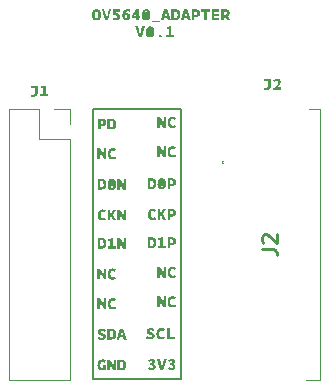
<source format=gbr>
%TF.GenerationSoftware,KiCad,Pcbnew,9.0.0*%
%TF.CreationDate,2025-08-11T15:21:08+02:00*%
%TF.ProjectId,ov5640_adapter,6f763536-3430-45f6-9164-61707465722e,rev?*%
%TF.SameCoordinates,Original*%
%TF.FileFunction,Legend,Top*%
%TF.FilePolarity,Positive*%
%FSLAX46Y46*%
G04 Gerber Fmt 4.6, Leading zero omitted, Abs format (unit mm)*
G04 Created by KiCad (PCBNEW 9.0.0) date 2025-08-11 15:21:08*
%MOMM*%
%LPD*%
G01*
G04 APERTURE LIST*
%ADD10C,0.100000*%
%ADD11C,0.200000*%
%ADD12C,0.150000*%
%ADD13C,0.254000*%
%ADD14C,0.120000*%
G04 APERTURE END LIST*
D10*
G36*
X97349188Y-82569462D02*
G01*
X97112578Y-82569462D01*
X97388389Y-83480000D01*
X97659987Y-83480000D01*
X97928777Y-82569462D01*
X97696379Y-82569462D01*
X97529745Y-83268607D01*
X97349188Y-82569462D01*
G37*
G36*
X98433418Y-82562024D02*
G01*
X98504710Y-82579056D01*
X98564027Y-82608171D01*
X98590145Y-82627532D01*
X98613634Y-82649911D01*
X98635506Y-82676574D01*
X98654610Y-82706451D01*
X98672168Y-82742176D01*
X98686663Y-82781500D01*
X98699151Y-82828759D01*
X98708146Y-82880187D01*
X98714176Y-82942211D01*
X98716154Y-83009160D01*
X98715253Y-83061628D01*
X98705112Y-83176003D01*
X98685038Y-83265459D01*
X98656169Y-83335940D01*
X98618807Y-83391518D01*
X98572193Y-83434847D01*
X98544797Y-83452389D01*
X98514395Y-83467130D01*
X98480095Y-83479168D01*
X98442374Y-83488018D01*
X98399288Y-83493702D01*
X98352172Y-83495631D01*
X98276125Y-83490578D01*
X98205164Y-83473519D01*
X98147304Y-83445275D01*
X98122221Y-83426746D01*
X98099500Y-83405098D01*
X98078601Y-83379501D01*
X98060193Y-83350427D01*
X98043766Y-83316479D01*
X98329762Y-83316479D01*
X98360598Y-83317883D01*
X98398149Y-83313392D01*
X98416394Y-83306589D01*
X98432163Y-83296662D01*
X98446845Y-83282100D01*
X98458961Y-83263677D01*
X98470844Y-83235134D01*
X98479505Y-83200395D01*
X98488393Y-83121611D01*
X98490779Y-83021800D01*
X98490332Y-82974170D01*
X98483757Y-82874460D01*
X98329762Y-83316479D01*
X98043766Y-83316479D01*
X98043392Y-83315707D01*
X98029383Y-83276868D01*
X98017357Y-83230047D01*
X98008592Y-83178135D01*
X98002722Y-83115144D01*
X98000767Y-83045675D01*
X98001176Y-83018991D01*
X98224799Y-83018991D01*
X98226854Y-83124641D01*
X98235973Y-83204188D01*
X98396990Y-82739760D01*
X98354980Y-82734143D01*
X98315444Y-82740681D01*
X98297758Y-82749405D01*
X98282360Y-82761609D01*
X98267307Y-82779788D01*
X98254904Y-82802215D01*
X98242821Y-82835915D01*
X98234166Y-82875574D01*
X98226947Y-82942092D01*
X98224799Y-83018991D01*
X98001176Y-83018991D01*
X98001417Y-83003222D01*
X98011555Y-82886159D01*
X98032256Y-82793917D01*
X98062001Y-82721186D01*
X98100248Y-82663984D01*
X98147584Y-82619582D01*
X98175315Y-82601630D01*
X98205804Y-82586660D01*
X98240261Y-82574398D01*
X98277833Y-82565449D01*
X98320868Y-82559679D01*
X98367559Y-82557739D01*
X98433418Y-82562024D01*
G37*
G36*
X99068230Y-83375280D02*
G01*
X99070190Y-83402477D01*
X99076092Y-83426427D01*
X99084755Y-83445034D01*
X99096633Y-83460864D01*
X99128197Y-83483018D01*
X99173006Y-83494416D01*
X99197008Y-83495631D01*
X99226561Y-83493695D01*
X99252413Y-83487958D01*
X99272812Y-83479455D01*
X99290027Y-83467934D01*
X99303415Y-83454246D01*
X99313856Y-83437971D01*
X99325858Y-83397289D01*
X99327189Y-83375280D01*
X99325282Y-83350467D01*
X99319753Y-83328564D01*
X99311146Y-83309993D01*
X99299629Y-83294150D01*
X99268310Y-83270249D01*
X99225438Y-83256938D01*
X99197008Y-83254869D01*
X99169921Y-83256792D01*
X99145624Y-83262440D01*
X99125198Y-83271139D01*
X99107638Y-83282905D01*
X99093515Y-83297072D01*
X99082372Y-83313822D01*
X99069594Y-83354517D01*
X99068230Y-83375280D01*
G37*
G36*
X99718405Y-83480000D02*
G01*
X100369434Y-83480000D01*
X100369434Y-83295230D01*
X100149616Y-83295230D01*
X100149616Y-82557739D01*
X99757606Y-82631927D01*
X99757606Y-82798440D01*
X99929797Y-82776031D01*
X99929797Y-83295230D01*
X99718405Y-83295230D01*
X99718405Y-83480000D01*
G37*
G36*
X93837250Y-81108025D02*
G01*
X93927942Y-81116987D01*
X94000243Y-81137200D01*
X94058971Y-81168034D01*
X94084328Y-81187688D01*
X94107307Y-81210429D01*
X94128346Y-81236999D01*
X94146887Y-81267030D01*
X94163730Y-81302582D01*
X94177783Y-81342251D01*
X94189799Y-81389762D01*
X94198563Y-81442383D01*
X94204415Y-81505932D01*
X94206367Y-81576013D01*
X94205215Y-81624670D01*
X94193535Y-81728574D01*
X94170829Y-81814050D01*
X94138478Y-81883691D01*
X94097010Y-81939791D01*
X94045973Y-81983979D01*
X94016416Y-82001873D01*
X93983933Y-82016902D01*
X93947880Y-82029082D01*
X93908622Y-82038026D01*
X93864702Y-82043703D01*
X93817166Y-82045631D01*
X93810450Y-82045596D01*
X93722562Y-82037714D01*
X93649683Y-82017287D01*
X93588913Y-81985171D01*
X93562249Y-81964506D01*
X93538191Y-81940856D01*
X93515998Y-81913232D01*
X93496549Y-81882441D01*
X93478898Y-81846363D01*
X93464268Y-81806768D01*
X93451854Y-81760208D01*
X93442870Y-81709619D01*
X93436950Y-81650079D01*
X93434987Y-81585844D01*
X93674345Y-81585844D01*
X93676440Y-81680824D01*
X93685703Y-81756376D01*
X93701923Y-81803612D01*
X93725736Y-81834634D01*
X93741902Y-81846059D01*
X93761092Y-81854457D01*
X93786835Y-81860313D01*
X93817166Y-81862266D01*
X93867390Y-81857342D01*
X93905139Y-81841856D01*
X93920411Y-81829270D01*
X93933013Y-81813388D01*
X93945061Y-81789497D01*
X93953975Y-81760272D01*
X93964350Y-81681410D01*
X93966948Y-81576013D01*
X93965352Y-81485194D01*
X93956854Y-81400557D01*
X93941819Y-81351150D01*
X93919440Y-81319975D01*
X93903319Y-81308279D01*
X93884027Y-81299845D01*
X93853214Y-81293227D01*
X93815762Y-81291165D01*
X93766539Y-81296648D01*
X93731807Y-81312875D01*
X93717414Y-81326368D01*
X93705534Y-81343536D01*
X93694021Y-81370099D01*
X93685586Y-81403010D01*
X93676727Y-81481640D01*
X93674345Y-81585844D01*
X93434987Y-81585844D01*
X93435998Y-81540074D01*
X93447593Y-81433341D01*
X93470477Y-81345088D01*
X93503062Y-81273136D01*
X93544553Y-81215358D01*
X93595098Y-81170123D01*
X93624091Y-81151919D01*
X93655789Y-81136670D01*
X93690705Y-81124372D01*
X93728525Y-81115364D01*
X93770535Y-81109669D01*
X93815762Y-81107739D01*
X93837250Y-81108025D01*
G37*
G36*
X94488407Y-81119462D02*
G01*
X94251796Y-81119462D01*
X94527608Y-82030000D01*
X94799206Y-82030000D01*
X95067995Y-81119462D01*
X94835598Y-81119462D01*
X94668963Y-81818607D01*
X94488407Y-81119462D01*
G37*
G36*
X95462020Y-81304293D02*
G01*
X95799380Y-81304293D01*
X95799380Y-81119462D01*
X95257588Y-81119462D01*
X95257588Y-81611245D01*
X95337699Y-81613173D01*
X95404741Y-81618851D01*
X95453795Y-81626834D01*
X95494235Y-81637498D01*
X95523614Y-81649181D01*
X95547216Y-81662835D01*
X95564332Y-81677142D01*
X95577344Y-81693006D01*
X95592651Y-81729146D01*
X95596414Y-81765484D01*
X95589165Y-81800413D01*
X95568189Y-81830104D01*
X95533606Y-81853529D01*
X95487853Y-81866675D01*
X95468981Y-81867883D01*
X95441315Y-81865913D01*
X95413266Y-81859933D01*
X95356507Y-81835470D01*
X95299206Y-81792879D01*
X95275785Y-81769698D01*
X95176378Y-81943476D01*
X95211313Y-81969260D01*
X95247288Y-81991061D01*
X95322694Y-82023465D01*
X95403193Y-82041501D01*
X95467576Y-82045631D01*
X95513196Y-82043720D01*
X95555660Y-82038157D01*
X95595013Y-82029184D01*
X95631201Y-82017065D01*
X95664467Y-82001928D01*
X95694519Y-81984119D01*
X95745655Y-81940819D01*
X95784227Y-81888583D01*
X95809396Y-81829095D01*
X95820075Y-81764693D01*
X95820385Y-81751502D01*
X95818419Y-81714826D01*
X95812473Y-81679265D01*
X95802991Y-81646575D01*
X95789737Y-81615468D01*
X95773452Y-81587424D01*
X95753594Y-81561327D01*
X95730932Y-81538159D01*
X95704823Y-81517259D01*
X95675767Y-81499144D01*
X95643289Y-81483636D01*
X95607432Y-81470971D01*
X95568075Y-81461313D01*
X95524763Y-81454826D01*
X95477789Y-81451823D01*
X95462020Y-81451632D01*
X95462020Y-81304293D01*
G37*
G36*
X96512984Y-81109007D02*
G01*
X96569102Y-81114581D01*
X96627424Y-81124591D01*
X96627424Y-81313635D01*
X96550842Y-81296810D01*
X96470621Y-81289760D01*
X96431278Y-81291888D01*
X96372922Y-81305041D01*
X96325929Y-81329267D01*
X96288552Y-81364959D01*
X96273202Y-81387811D01*
X96260316Y-81414270D01*
X96249853Y-81445438D01*
X96242437Y-81480819D01*
X96247621Y-81478500D01*
X96322770Y-81453088D01*
X96376831Y-81445832D01*
X96433469Y-81449382D01*
X96501868Y-81465522D01*
X96557523Y-81493197D01*
X96601675Y-81531772D01*
X96619718Y-81555406D01*
X96634780Y-81581739D01*
X96647120Y-81611689D01*
X96656125Y-81644401D01*
X96661878Y-81681429D01*
X96663817Y-81721338D01*
X96663536Y-81738480D01*
X96653810Y-81818109D01*
X96631593Y-81884798D01*
X96598097Y-81939679D01*
X96553542Y-81983601D01*
X96526781Y-82001603D01*
X96497190Y-82016668D01*
X96463886Y-82028975D01*
X96427643Y-82037975D01*
X96387000Y-82043697D01*
X96343248Y-82045631D01*
X96296280Y-82043506D01*
X96223131Y-82029518D01*
X96163286Y-82003541D01*
X96137187Y-81985871D01*
X96113850Y-81965274D01*
X96092107Y-81940433D01*
X96073224Y-81912483D01*
X96055711Y-81878447D01*
X96041338Y-81840892D01*
X96028720Y-81794473D01*
X96019697Y-81743863D01*
X96013453Y-81680041D01*
X96012542Y-81648736D01*
X96235415Y-81648736D01*
X96235583Y-81671777D01*
X96241494Y-81757066D01*
X96254791Y-81808031D01*
X96275172Y-81840128D01*
X96289017Y-81851622D01*
X96305587Y-81860058D01*
X96327945Y-81865928D01*
X96354422Y-81867883D01*
X96381417Y-81864036D01*
X96397663Y-81856660D01*
X96410968Y-81845970D01*
X96423837Y-81828680D01*
X96432959Y-81807911D01*
X96440412Y-81774196D01*
X96442594Y-81738068D01*
X96436005Y-81685373D01*
X96419129Y-81652890D01*
X96405989Y-81640786D01*
X96390136Y-81632099D01*
X96366548Y-81625621D01*
X96339035Y-81623579D01*
X96296260Y-81627510D01*
X96263594Y-81636158D01*
X96235415Y-81648736D01*
X96012542Y-81648736D01*
X96011444Y-81611001D01*
X96015425Y-81529990D01*
X96032699Y-81432702D01*
X96062223Y-81349283D01*
X96102931Y-81278634D01*
X96127356Y-81247768D01*
X96154344Y-81219936D01*
X96184220Y-81194827D01*
X96216524Y-81172865D01*
X96252045Y-81153633D01*
X96289896Y-81137737D01*
X96331311Y-81124838D01*
X96374969Y-81115529D01*
X96422428Y-81109689D01*
X96472025Y-81107739D01*
X96512984Y-81109007D01*
G37*
G36*
X97416207Y-81684457D02*
G01*
X97533810Y-81684457D01*
X97533810Y-81858053D01*
X97416207Y-81858053D01*
X97416207Y-82030000D01*
X97197854Y-82030000D01*
X97197854Y-81858053D01*
X96818422Y-81858053D01*
X96818422Y-81734893D01*
X96849517Y-81684457D01*
X97027067Y-81684457D01*
X97197854Y-81684457D01*
X97197854Y-81391488D01*
X97027067Y-81684457D01*
X96849517Y-81684457D01*
X97197854Y-81119462D01*
X97416207Y-81119462D01*
X97416207Y-81684457D01*
G37*
G36*
X98090292Y-81112024D02*
G01*
X98161583Y-81129056D01*
X98220901Y-81158171D01*
X98247019Y-81177532D01*
X98270508Y-81199911D01*
X98292380Y-81226574D01*
X98311484Y-81256451D01*
X98329041Y-81292176D01*
X98343537Y-81331500D01*
X98356025Y-81378759D01*
X98365020Y-81430187D01*
X98371050Y-81492211D01*
X98373028Y-81559160D01*
X98372127Y-81611628D01*
X98361986Y-81726003D01*
X98341912Y-81815459D01*
X98313042Y-81885940D01*
X98275680Y-81941518D01*
X98229067Y-81984847D01*
X98201670Y-82002389D01*
X98171268Y-82017130D01*
X98136968Y-82029168D01*
X98099248Y-82038018D01*
X98056162Y-82043702D01*
X98009045Y-82045631D01*
X97932998Y-82040578D01*
X97862038Y-82023519D01*
X97804177Y-81995275D01*
X97779094Y-81976746D01*
X97756374Y-81955098D01*
X97735475Y-81929501D01*
X97717066Y-81900427D01*
X97700640Y-81866479D01*
X97986636Y-81866479D01*
X98017472Y-81867883D01*
X98055023Y-81863392D01*
X98073268Y-81856589D01*
X98089037Y-81846662D01*
X98103719Y-81832100D01*
X98115834Y-81813677D01*
X98127718Y-81785134D01*
X98136378Y-81750395D01*
X98145267Y-81671611D01*
X98147653Y-81571800D01*
X98147206Y-81524170D01*
X98140631Y-81424460D01*
X97986636Y-81866479D01*
X97700640Y-81866479D01*
X97700266Y-81865707D01*
X97686257Y-81826868D01*
X97674230Y-81780047D01*
X97665466Y-81728135D01*
X97659596Y-81665144D01*
X97657641Y-81595675D01*
X97658049Y-81568991D01*
X97881673Y-81568991D01*
X97883727Y-81674641D01*
X97892847Y-81754188D01*
X98053864Y-81289760D01*
X98011854Y-81284143D01*
X97972317Y-81290681D01*
X97954631Y-81299405D01*
X97939234Y-81311609D01*
X97924181Y-81329788D01*
X97911777Y-81352215D01*
X97899695Y-81385915D01*
X97891040Y-81425574D01*
X97883820Y-81492092D01*
X97881673Y-81568991D01*
X97658049Y-81568991D01*
X97658290Y-81553222D01*
X97668429Y-81436159D01*
X97689130Y-81343917D01*
X97718875Y-81271186D01*
X97757122Y-81213984D01*
X97804458Y-81169582D01*
X97832189Y-81151630D01*
X97862678Y-81136660D01*
X97897135Y-81124398D01*
X97934706Y-81115449D01*
X97977742Y-81109679D01*
X98024433Y-81107739D01*
X98090292Y-81112024D01*
G37*
G36*
X98547295Y-82210434D02*
G01*
X99163276Y-82210434D01*
X99163276Y-82088618D01*
X98547295Y-82088618D01*
X98547295Y-82210434D01*
G37*
G36*
X100108862Y-82030000D02*
G01*
X99869504Y-82030000D01*
X99819068Y-81842421D01*
X99557301Y-81842421D01*
X99511078Y-82030000D01*
X99280085Y-82030000D01*
X99393785Y-81667482D01*
X99600715Y-81667482D01*
X99772906Y-81667482D01*
X99683269Y-81335068D01*
X99600715Y-81667482D01*
X99393785Y-81667482D01*
X99565666Y-81119462D01*
X99819068Y-81119462D01*
X100108862Y-82030000D01*
G37*
G36*
X100506141Y-81120229D02*
G01*
X100610312Y-81131211D01*
X100693521Y-81153526D01*
X100760336Y-81185983D01*
X100788818Y-81206091D01*
X100814181Y-81228747D01*
X100837239Y-81254815D01*
X100857196Y-81283533D01*
X100875268Y-81317188D01*
X100890066Y-81353794D01*
X100902803Y-81397697D01*
X100911904Y-81445096D01*
X100918111Y-81503532D01*
X100920115Y-81566366D01*
X100916163Y-81652095D01*
X100901165Y-81740835D01*
X100875763Y-81815102D01*
X100840357Y-81877092D01*
X100794544Y-81928458D01*
X100736980Y-81970065D01*
X100703084Y-81987231D01*
X100665427Y-82001796D01*
X100623286Y-82013683D01*
X100576910Y-82022485D01*
X100524829Y-82028083D01*
X100467899Y-82030000D01*
X100168335Y-82030000D01*
X100168335Y-81843825D01*
X100393710Y-81843825D01*
X100479134Y-81843825D01*
X100546045Y-81837688D01*
X100595655Y-81820293D01*
X100615552Y-81807309D01*
X100632045Y-81791773D01*
X100647198Y-81770963D01*
X100658752Y-81747197D01*
X100669527Y-81710616D01*
X100675747Y-81669546D01*
X100679291Y-81576135D01*
X100678816Y-81533345D01*
X100672132Y-81450760D01*
X100657468Y-81396707D01*
X100634191Y-81358337D01*
X100618313Y-81342969D01*
X100599156Y-81330053D01*
X100574458Y-81318894D01*
X100545215Y-81310647D01*
X100505853Y-81304835D01*
X100459534Y-81302889D01*
X100393710Y-81302889D01*
X100393710Y-81843825D01*
X100168335Y-81843825D01*
X100168335Y-81119462D01*
X100466495Y-81119462D01*
X100506141Y-81120229D01*
G37*
G36*
X101787299Y-82030000D02*
G01*
X101547941Y-82030000D01*
X101497505Y-81842421D01*
X101235737Y-81842421D01*
X101189515Y-82030000D01*
X100958522Y-82030000D01*
X101072222Y-81667482D01*
X101279152Y-81667482D01*
X101451343Y-81667482D01*
X101361706Y-81335068D01*
X101279152Y-81667482D01*
X101072222Y-81667482D01*
X101244103Y-81119462D01*
X101497505Y-81119462D01*
X101787299Y-82030000D01*
G37*
G36*
X102258391Y-81119607D02*
G01*
X102348363Y-81128580D01*
X102421300Y-81149893D01*
X102452328Y-81164738D01*
X102479943Y-81182175D01*
X102504777Y-81202537D01*
X102526250Y-81225271D01*
X102545360Y-81251607D01*
X102560984Y-81280182D01*
X102574091Y-81313337D01*
X102583435Y-81348615D01*
X102589541Y-81389401D01*
X102591530Y-81432093D01*
X102590005Y-81468878D01*
X102576595Y-81541808D01*
X102550484Y-81604374D01*
X102512353Y-81657049D01*
X102488719Y-81679779D01*
X102462001Y-81699999D01*
X102431817Y-81717779D01*
X102398473Y-81732722D01*
X102361073Y-81744941D01*
X102320364Y-81753907D01*
X102275006Y-81759588D01*
X102226142Y-81761516D01*
X102107135Y-81761516D01*
X102107135Y-82030000D01*
X101881760Y-82030000D01*
X101881760Y-81576685D01*
X102107135Y-81576685D01*
X102221929Y-81576685D01*
X102255100Y-81574629D01*
X102296275Y-81562829D01*
X102324935Y-81540544D01*
X102336083Y-81523651D01*
X102344291Y-81503063D01*
X102350209Y-81473933D01*
X102352172Y-81439115D01*
X102348679Y-81394338D01*
X102335891Y-81356282D01*
X102312969Y-81328819D01*
X102296435Y-81318265D01*
X102276030Y-81310238D01*
X102249553Y-81304784D01*
X102217777Y-81302889D01*
X102107135Y-81302889D01*
X102107135Y-81576685D01*
X101881760Y-81576685D01*
X101881760Y-81119462D01*
X102244338Y-81119462D01*
X102258391Y-81119607D01*
G37*
G36*
X103432152Y-81119462D02*
G01*
X102669199Y-81119462D01*
X102669199Y-81302889D01*
X102937988Y-81302889D01*
X102937988Y-82030000D01*
X103163363Y-82030000D01*
X103163363Y-81302889D01*
X103432152Y-81302889D01*
X103432152Y-81119462D01*
G37*
G36*
X103561601Y-81119462D02*
G01*
X103561601Y-82030000D01*
X104220996Y-82030000D01*
X104220996Y-81843825D01*
X103786976Y-81843825D01*
X103786976Y-81657102D01*
X104183199Y-81657102D01*
X104183199Y-81475080D01*
X103786976Y-81475080D01*
X103786976Y-81302889D01*
X104222400Y-81302889D01*
X104222400Y-81119462D01*
X103561601Y-81119462D01*
G37*
G36*
X104755581Y-81119536D02*
G01*
X104848216Y-81127879D01*
X104922422Y-81148373D01*
X104953646Y-81162654D01*
X104981407Y-81179498D01*
X105006161Y-81199085D01*
X105027558Y-81221028D01*
X105046507Y-81246416D01*
X105062007Y-81274071D01*
X105075014Y-81306292D01*
X105084298Y-81340754D01*
X105090404Y-81381057D01*
X105092393Y-81423545D01*
X105087950Y-81485171D01*
X105070415Y-81553012D01*
X105040532Y-81610413D01*
X105020960Y-81635559D01*
X104998284Y-81658307D01*
X104972044Y-81678902D01*
X104942611Y-81696852D01*
X105120420Y-82030000D01*
X104854378Y-82030000D01*
X104717175Y-81741671D01*
X104603785Y-81741671D01*
X104603785Y-82030000D01*
X104378410Y-82030000D01*
X104378410Y-81561053D01*
X104603785Y-81561053D01*
X104722793Y-81561053D01*
X104757650Y-81558342D01*
X104797439Y-81545184D01*
X104826176Y-81521254D01*
X104837199Y-81504080D01*
X104845442Y-81483338D01*
X104851056Y-81456503D01*
X104852974Y-81424949D01*
X104851566Y-81396884D01*
X104841351Y-81356897D01*
X104820859Y-81329459D01*
X104804696Y-81318689D01*
X104784498Y-81310702D01*
X104754887Y-81304842D01*
X104718579Y-81302889D01*
X104603785Y-81302889D01*
X104603785Y-81561053D01*
X104378410Y-81561053D01*
X104378410Y-81119462D01*
X104745202Y-81119462D01*
X104755581Y-81119536D01*
G37*
D11*
X93500000Y-89550000D02*
X101000000Y-89550000D01*
X101000000Y-112450000D01*
X93500000Y-112450000D01*
X93500000Y-89550000D01*
D12*
G36*
X94380556Y-108837894D02*
G01*
X94378653Y-108853845D01*
X94373147Y-108867682D01*
X94352419Y-108889422D01*
X94316203Y-108904901D01*
X94259837Y-108912144D01*
X94250375Y-108912266D01*
X94212185Y-108910339D01*
X94175509Y-108904664D01*
X94105853Y-108882374D01*
X94040164Y-108845322D01*
X93992759Y-108806997D01*
X93918571Y-109011673D01*
X93992114Y-109051196D01*
X94071777Y-109077982D01*
X94157614Y-109092481D01*
X94226561Y-109095631D01*
X94282745Y-109093640D01*
X94337218Y-109087518D01*
X94384797Y-109078129D01*
X94429686Y-109064938D01*
X94467249Y-109049695D01*
X94501713Y-109031119D01*
X94529785Y-109011395D01*
X94554656Y-108988768D01*
X94574439Y-108965302D01*
X94590988Y-108939229D01*
X94603476Y-108912008D01*
X94612612Y-108882315D01*
X94618101Y-108850812D01*
X94619975Y-108816828D01*
X94618071Y-108782516D01*
X94612559Y-108751059D01*
X94591687Y-108695617D01*
X94557976Y-108647621D01*
X94510111Y-108604885D01*
X94444759Y-108565615D01*
X94354810Y-108526611D01*
X94327894Y-108516278D01*
X94269094Y-108493037D01*
X94220844Y-108469016D01*
X94202252Y-108455813D01*
X94188192Y-108441334D01*
X94179292Y-108425220D01*
X94176186Y-108407110D01*
X94178082Y-108391968D01*
X94183541Y-108379010D01*
X94204020Y-108359098D01*
X94239919Y-108345705D01*
X94288171Y-108341165D01*
X94357906Y-108348599D01*
X94422287Y-108370295D01*
X94482760Y-108406278D01*
X94519164Y-108436603D01*
X94580774Y-108230584D01*
X94533449Y-108206923D01*
X94488127Y-108188666D01*
X94402826Y-108166460D01*
X94310866Y-108158010D01*
X94288171Y-108157739D01*
X94202086Y-108165317D01*
X94161227Y-108174642D01*
X94122627Y-108187413D01*
X94087001Y-108203268D01*
X94054296Y-108222142D01*
X94025747Y-108243124D01*
X94000588Y-108266607D01*
X93980058Y-108291168D01*
X93963174Y-108317714D01*
X93950760Y-108344652D01*
X93942127Y-108373137D01*
X93936767Y-108421154D01*
X93938671Y-108455694D01*
X93944183Y-108487202D01*
X93964930Y-108542073D01*
X93998277Y-108588942D01*
X94045574Y-108630242D01*
X94110463Y-108668042D01*
X94216604Y-108712093D01*
X94279601Y-108736985D01*
X94331806Y-108763746D01*
X94352043Y-108779001D01*
X94367398Y-108796131D01*
X94377145Y-108815605D01*
X94380556Y-108837894D01*
G37*
G36*
X95081612Y-108170229D02*
G01*
X95185783Y-108181211D01*
X95268992Y-108203526D01*
X95335807Y-108235983D01*
X95364289Y-108256091D01*
X95389652Y-108278747D01*
X95412710Y-108304815D01*
X95432667Y-108333533D01*
X95450739Y-108367188D01*
X95465537Y-108403794D01*
X95478274Y-108447697D01*
X95487375Y-108495096D01*
X95493582Y-108553532D01*
X95495586Y-108616366D01*
X95491634Y-108702095D01*
X95476636Y-108790835D01*
X95451234Y-108865102D01*
X95415828Y-108927092D01*
X95370015Y-108978458D01*
X95312451Y-109020065D01*
X95278555Y-109037231D01*
X95240898Y-109051796D01*
X95198757Y-109063683D01*
X95152381Y-109072485D01*
X95100300Y-109078083D01*
X95043370Y-109080000D01*
X94743806Y-109080000D01*
X94743806Y-108893825D01*
X94969181Y-108893825D01*
X95054605Y-108893825D01*
X95121516Y-108887688D01*
X95171126Y-108870293D01*
X95191023Y-108857309D01*
X95207516Y-108841773D01*
X95222669Y-108820963D01*
X95234223Y-108797197D01*
X95244998Y-108760616D01*
X95251218Y-108719546D01*
X95254762Y-108626135D01*
X95254287Y-108583345D01*
X95247603Y-108500760D01*
X95232939Y-108446707D01*
X95209662Y-108408337D01*
X95193784Y-108392969D01*
X95174627Y-108380053D01*
X95149929Y-108368894D01*
X95120686Y-108360647D01*
X95081324Y-108354835D01*
X95035005Y-108352889D01*
X94969181Y-108352889D01*
X94969181Y-108893825D01*
X94743806Y-108893825D01*
X94743806Y-108169462D01*
X95041966Y-108169462D01*
X95081612Y-108170229D01*
G37*
G36*
X96362770Y-109080000D02*
G01*
X96123412Y-109080000D01*
X96072976Y-108892421D01*
X95811209Y-108892421D01*
X95764986Y-109080000D01*
X95533993Y-109080000D01*
X95647693Y-108717482D01*
X95854623Y-108717482D01*
X96026814Y-108717482D01*
X95937177Y-108385068D01*
X95854623Y-108717482D01*
X95647693Y-108717482D01*
X95819574Y-108169462D01*
X96072976Y-108169462D01*
X96362770Y-109080000D01*
G37*
G36*
X99177713Y-90547297D02*
G01*
X99488512Y-91130000D01*
X99716696Y-91130000D01*
X99716696Y-90219462D01*
X99506708Y-90219462D01*
X99506708Y-90765833D01*
X99211358Y-90219462D01*
X98966321Y-90219462D01*
X98966321Y-91130000D01*
X99179118Y-91130000D01*
X99177713Y-90547297D01*
G37*
G36*
X100484535Y-90887894D02*
G01*
X100441801Y-90914754D01*
X100398988Y-90935969D01*
X100363158Y-90948979D01*
X100325954Y-90957960D01*
X100260564Y-90963670D01*
X100229817Y-90961725D01*
X100202047Y-90955927D01*
X100178678Y-90947056D01*
X100157783Y-90934902D01*
X100123628Y-90901557D01*
X100097428Y-90853824D01*
X100079136Y-90787136D01*
X100070494Y-90694813D01*
X100070177Y-90670396D01*
X100072118Y-90615775D01*
X100077894Y-90567441D01*
X100086401Y-90528870D01*
X100097956Y-90495279D01*
X100111185Y-90468765D01*
X100126887Y-90446278D01*
X100143931Y-90428685D01*
X100163103Y-90414544D01*
X100207232Y-90396473D01*
X100254946Y-90391165D01*
X100292994Y-90393237D01*
X100328667Y-90399926D01*
X100388408Y-90424028D01*
X100456569Y-90469750D01*
X100530757Y-90283393D01*
X100489055Y-90259970D01*
X100447050Y-90241026D01*
X100406351Y-90227001D01*
X100364835Y-90216862D01*
X100278466Y-90207845D01*
X100267525Y-90207739D01*
X100218939Y-90209683D01*
X100172716Y-90215475D01*
X100130219Y-90224719D01*
X100090136Y-90237476D01*
X100053496Y-90253232D01*
X100019322Y-90272220D01*
X99988243Y-90293967D01*
X99959707Y-90318737D01*
X99933968Y-90346276D01*
X99910895Y-90376703D01*
X99872918Y-90446397D01*
X99846380Y-90528508D01*
X99832470Y-90623904D01*
X99830757Y-90674609D01*
X99832711Y-90735363D01*
X99838570Y-90792237D01*
X99847638Y-90842109D01*
X99860154Y-90888423D01*
X99875132Y-90928830D01*
X99893180Y-90965960D01*
X99913256Y-90998278D01*
X99936122Y-91027521D01*
X99960967Y-91052909D01*
X99988434Y-91075321D01*
X100050596Y-91110773D01*
X100123963Y-91134263D01*
X100210512Y-91145082D01*
X100236750Y-91145631D01*
X100288161Y-91143632D01*
X100337422Y-91137456D01*
X100382002Y-91127789D01*
X100426496Y-91114103D01*
X100520729Y-91072721D01*
X100536314Y-91064481D01*
X100484535Y-90887894D01*
G37*
G36*
X94402965Y-111230226D02*
G01*
X94402965Y-111510861D01*
X94358147Y-111513670D01*
X94322158Y-111511668D01*
X94289115Y-111505472D01*
X94262739Y-111496396D01*
X94238770Y-111483707D01*
X94218759Y-111468541D01*
X94200941Y-111449949D01*
X94172437Y-111402598D01*
X94152627Y-111337473D01*
X94143011Y-111248358D01*
X94142541Y-111220396D01*
X94144481Y-111166223D01*
X94150246Y-111118642D01*
X94158703Y-111080987D01*
X94170169Y-111048311D01*
X94183368Y-111022395D01*
X94199030Y-111000382D01*
X94216306Y-110982798D01*
X94235757Y-110968509D01*
X94281690Y-110949063D01*
X94340401Y-110941258D01*
X94348377Y-110941165D01*
X94386057Y-110943245D01*
X94420830Y-110949994D01*
X94477850Y-110973993D01*
X94545786Y-111021154D01*
X94622784Y-110819349D01*
X94564861Y-110794692D01*
X94511527Y-110776995D01*
X94467939Y-110766881D01*
X94423909Y-110760698D01*
X94358147Y-110757739D01*
X94306828Y-110759700D01*
X94257553Y-110765612D01*
X94212721Y-110774956D01*
X94170133Y-110787961D01*
X94131808Y-110803796D01*
X94095859Y-110823021D01*
X94063747Y-110844690D01*
X94034122Y-110869539D01*
X94007862Y-110896749D01*
X93984218Y-110927014D01*
X93963598Y-110959870D01*
X93945780Y-110995745D01*
X93930885Y-111034682D01*
X93919050Y-111076692D01*
X93904983Y-111171254D01*
X93903183Y-111223204D01*
X93905147Y-111285632D01*
X93911077Y-111344034D01*
X93920153Y-111394426D01*
X93932725Y-111441209D01*
X93947637Y-111481512D01*
X93965667Y-111518547D01*
X93985611Y-111550496D01*
X94008406Y-111579417D01*
X94033124Y-111604396D01*
X94060553Y-111626461D01*
X94122850Y-111661318D01*
X94197016Y-111684448D01*
X94285496Y-111695106D01*
X94311985Y-111695631D01*
X94359088Y-111693682D01*
X94405541Y-111687851D01*
X94498142Y-111664473D01*
X94595652Y-111623659D01*
X94624188Y-111608864D01*
X94624188Y-111230226D01*
X94402965Y-111230226D01*
G37*
G36*
X94945368Y-111097297D02*
G01*
X95256167Y-111680000D01*
X95484351Y-111680000D01*
X95484351Y-110769462D01*
X95274363Y-110769462D01*
X95274363Y-111315833D01*
X94979012Y-110769462D01*
X94733975Y-110769462D01*
X94733975Y-111680000D01*
X94946772Y-111680000D01*
X94945368Y-111097297D01*
G37*
G36*
X95920830Y-110770229D02*
G01*
X96025001Y-110781211D01*
X96108210Y-110803526D01*
X96175026Y-110835983D01*
X96203507Y-110856091D01*
X96228870Y-110878747D01*
X96251928Y-110904815D01*
X96271886Y-110933533D01*
X96289958Y-110967188D01*
X96304755Y-111003794D01*
X96317492Y-111047697D01*
X96326593Y-111095096D01*
X96332801Y-111153532D01*
X96334804Y-111216366D01*
X96330852Y-111302095D01*
X96315854Y-111390835D01*
X96290453Y-111465102D01*
X96255046Y-111527092D01*
X96209233Y-111578458D01*
X96151669Y-111620065D01*
X96117773Y-111637231D01*
X96080116Y-111651796D01*
X96037976Y-111663683D01*
X95991600Y-111672485D01*
X95939518Y-111678083D01*
X95882588Y-111680000D01*
X95583025Y-111680000D01*
X95583025Y-111493825D01*
X95808400Y-111493825D01*
X95893824Y-111493825D01*
X95960734Y-111487688D01*
X96010344Y-111470293D01*
X96030241Y-111457309D01*
X96046734Y-111441773D01*
X96061888Y-111420963D01*
X96073441Y-111397197D01*
X96084217Y-111360616D01*
X96090436Y-111319546D01*
X96093981Y-111226135D01*
X96093505Y-111183345D01*
X96086821Y-111100760D01*
X96072157Y-111046707D01*
X96048881Y-111008337D01*
X96033002Y-110992969D01*
X96013845Y-110980053D01*
X95989148Y-110968894D01*
X95959904Y-110960647D01*
X95920543Y-110954835D01*
X95874223Y-110952889D01*
X95808400Y-110952889D01*
X95808400Y-111493825D01*
X95583025Y-111493825D01*
X95583025Y-110769462D01*
X95881184Y-110769462D01*
X95920830Y-110770229D01*
G37*
G36*
X94242393Y-95470229D02*
G01*
X94346564Y-95481211D01*
X94429773Y-95503526D01*
X94496589Y-95535983D01*
X94525070Y-95556091D01*
X94550433Y-95578747D01*
X94573491Y-95604815D01*
X94593449Y-95633533D01*
X94611521Y-95667188D01*
X94626318Y-95703794D01*
X94639055Y-95747697D01*
X94648156Y-95795096D01*
X94654364Y-95853532D01*
X94656367Y-95916366D01*
X94652415Y-96002095D01*
X94637417Y-96090835D01*
X94612016Y-96165102D01*
X94576609Y-96227092D01*
X94530796Y-96278458D01*
X94473232Y-96320065D01*
X94439336Y-96337231D01*
X94401679Y-96351796D01*
X94359539Y-96363683D01*
X94313163Y-96372485D01*
X94261082Y-96378083D01*
X94204152Y-96380000D01*
X93904588Y-96380000D01*
X93904588Y-96193825D01*
X94129963Y-96193825D01*
X94215387Y-96193825D01*
X94282297Y-96187688D01*
X94331907Y-96170293D01*
X94351804Y-96157309D01*
X94368297Y-96141773D01*
X94383451Y-96120963D01*
X94395004Y-96097197D01*
X94405780Y-96060616D01*
X94411999Y-96019546D01*
X94415544Y-95926135D01*
X94415068Y-95883345D01*
X94408384Y-95800760D01*
X94393721Y-95746707D01*
X94370444Y-95708337D01*
X94354565Y-95692969D01*
X94335408Y-95680053D01*
X94310711Y-95668894D01*
X94281467Y-95660647D01*
X94242106Y-95654835D01*
X94195786Y-95652889D01*
X94129963Y-95652889D01*
X94129963Y-96193825D01*
X93904588Y-96193825D01*
X93904588Y-95469462D01*
X94202747Y-95469462D01*
X94242393Y-95470229D01*
G37*
G36*
X95183418Y-95462024D02*
G01*
X95254710Y-95479056D01*
X95314027Y-95508171D01*
X95340145Y-95527532D01*
X95363634Y-95549911D01*
X95385506Y-95576574D01*
X95404610Y-95606451D01*
X95422168Y-95642176D01*
X95436663Y-95681500D01*
X95449151Y-95728759D01*
X95458146Y-95780187D01*
X95464176Y-95842211D01*
X95466154Y-95909160D01*
X95465253Y-95961628D01*
X95455112Y-96076003D01*
X95435038Y-96165459D01*
X95406169Y-96235940D01*
X95368807Y-96291518D01*
X95322193Y-96334847D01*
X95294797Y-96352389D01*
X95264395Y-96367130D01*
X95230095Y-96379168D01*
X95192374Y-96388018D01*
X95149288Y-96393702D01*
X95102172Y-96395631D01*
X95026125Y-96390578D01*
X94955164Y-96373519D01*
X94897304Y-96345275D01*
X94872221Y-96326746D01*
X94849500Y-96305098D01*
X94828601Y-96279501D01*
X94810193Y-96250427D01*
X94793766Y-96216479D01*
X95079762Y-96216479D01*
X95110598Y-96217883D01*
X95148149Y-96213392D01*
X95166394Y-96206589D01*
X95182163Y-96196662D01*
X95196845Y-96182100D01*
X95208961Y-96163677D01*
X95220844Y-96135134D01*
X95229505Y-96100395D01*
X95238393Y-96021611D01*
X95240779Y-95921800D01*
X95240332Y-95874170D01*
X95233757Y-95774460D01*
X95079762Y-96216479D01*
X94793766Y-96216479D01*
X94793392Y-96215707D01*
X94779383Y-96176868D01*
X94767357Y-96130047D01*
X94758592Y-96078135D01*
X94752722Y-96015144D01*
X94750767Y-95945675D01*
X94751176Y-95918991D01*
X94974799Y-95918991D01*
X94976854Y-96024641D01*
X94985973Y-96104188D01*
X95146990Y-95639760D01*
X95104980Y-95634143D01*
X95065444Y-95640681D01*
X95047758Y-95649405D01*
X95032360Y-95661609D01*
X95017307Y-95679788D01*
X95004904Y-95702215D01*
X94992821Y-95735915D01*
X94984166Y-95775574D01*
X94976947Y-95842092D01*
X94974799Y-95918991D01*
X94751176Y-95918991D01*
X94751417Y-95903222D01*
X94761555Y-95786159D01*
X94782256Y-95693917D01*
X94812001Y-95621186D01*
X94850248Y-95563984D01*
X94897584Y-95519582D01*
X94925315Y-95501630D01*
X94955804Y-95486660D01*
X94990261Y-95474398D01*
X95027833Y-95465449D01*
X95070868Y-95459679D01*
X95117559Y-95457739D01*
X95183418Y-95462024D01*
G37*
G36*
X95784586Y-95797297D02*
G01*
X96095385Y-96380000D01*
X96323569Y-96380000D01*
X96323569Y-95469462D01*
X96113581Y-95469462D01*
X96113581Y-96015833D01*
X95818230Y-95469462D01*
X95573194Y-95469462D01*
X95573194Y-96380000D01*
X95785990Y-96380000D01*
X95784586Y-95797297D01*
G37*
G36*
X98474738Y-100420229D02*
G01*
X98578909Y-100431211D01*
X98662118Y-100453526D01*
X98728934Y-100485983D01*
X98757415Y-100506091D01*
X98782778Y-100528747D01*
X98805836Y-100554815D01*
X98825794Y-100583533D01*
X98843866Y-100617188D01*
X98858663Y-100653794D01*
X98871400Y-100697697D01*
X98880501Y-100745096D01*
X98886709Y-100803532D01*
X98888712Y-100866366D01*
X98884760Y-100952095D01*
X98869762Y-101040835D01*
X98844361Y-101115102D01*
X98808954Y-101177092D01*
X98763141Y-101228458D01*
X98705577Y-101270065D01*
X98671681Y-101287231D01*
X98634024Y-101301796D01*
X98591884Y-101313683D01*
X98545508Y-101322485D01*
X98493427Y-101328083D01*
X98436497Y-101330000D01*
X98136933Y-101330000D01*
X98136933Y-101143825D01*
X98362308Y-101143825D01*
X98447732Y-101143825D01*
X98514642Y-101137688D01*
X98564252Y-101120293D01*
X98584149Y-101107309D01*
X98600642Y-101091773D01*
X98615796Y-101070963D01*
X98627349Y-101047197D01*
X98638125Y-101010616D01*
X98644344Y-100969546D01*
X98647889Y-100876135D01*
X98647413Y-100833345D01*
X98640729Y-100750760D01*
X98626066Y-100696707D01*
X98602789Y-100658337D01*
X98586910Y-100642969D01*
X98567753Y-100630053D01*
X98543056Y-100618894D01*
X98513812Y-100610647D01*
X98474451Y-100604835D01*
X98428131Y-100602889D01*
X98362308Y-100602889D01*
X98362308Y-101143825D01*
X98136933Y-101143825D01*
X98136933Y-100419462D01*
X98435092Y-100419462D01*
X98474738Y-100420229D01*
G37*
G36*
X99022313Y-101330000D02*
G01*
X99673342Y-101330000D01*
X99673342Y-101145230D01*
X99453524Y-101145230D01*
X99453524Y-100407739D01*
X99061514Y-100481927D01*
X99061514Y-100648440D01*
X99233705Y-100626031D01*
X99233705Y-101145230D01*
X99022313Y-101145230D01*
X99022313Y-101330000D01*
G37*
G36*
X100226989Y-100419607D02*
G01*
X100316960Y-100428580D01*
X100389898Y-100449893D01*
X100420925Y-100464738D01*
X100448541Y-100482175D01*
X100473375Y-100502537D01*
X100494848Y-100525271D01*
X100513958Y-100551607D01*
X100529582Y-100580182D01*
X100542689Y-100613337D01*
X100552032Y-100648615D01*
X100558138Y-100689401D01*
X100560127Y-100732093D01*
X100558602Y-100768878D01*
X100545192Y-100841808D01*
X100519081Y-100904374D01*
X100480951Y-100957049D01*
X100457316Y-100979779D01*
X100430599Y-100999999D01*
X100400414Y-101017779D01*
X100367070Y-101032722D01*
X100329671Y-101044941D01*
X100288961Y-101053907D01*
X100243604Y-101059588D01*
X100194740Y-101061516D01*
X100075732Y-101061516D01*
X100075732Y-101330000D01*
X99850357Y-101330000D01*
X99850357Y-100876685D01*
X100075732Y-100876685D01*
X100190527Y-100876685D01*
X100223698Y-100874629D01*
X100264873Y-100862829D01*
X100293532Y-100840544D01*
X100304681Y-100823651D01*
X100312888Y-100803063D01*
X100318807Y-100773933D01*
X100320769Y-100739115D01*
X100317277Y-100694338D01*
X100304489Y-100656282D01*
X100281566Y-100628819D01*
X100265032Y-100618265D01*
X100244628Y-100610238D01*
X100218151Y-100604784D01*
X100186375Y-100602889D01*
X100075732Y-100602889D01*
X100075732Y-100876685D01*
X99850357Y-100876685D01*
X99850357Y-100419462D01*
X100212936Y-100419462D01*
X100226989Y-100419607D01*
G37*
G36*
X94316207Y-90369607D02*
G01*
X94406179Y-90378580D01*
X94479116Y-90399893D01*
X94510144Y-90414738D01*
X94537759Y-90432175D01*
X94562593Y-90452537D01*
X94584066Y-90475271D01*
X94603176Y-90501607D01*
X94618800Y-90530182D01*
X94631907Y-90563337D01*
X94641251Y-90598615D01*
X94647356Y-90639401D01*
X94649345Y-90682093D01*
X94647820Y-90718878D01*
X94634410Y-90791808D01*
X94608299Y-90854374D01*
X94570169Y-90907049D01*
X94546535Y-90929779D01*
X94519817Y-90949999D01*
X94489632Y-90967779D01*
X94456289Y-90982722D01*
X94418889Y-90994941D01*
X94378179Y-91003907D01*
X94332822Y-91009588D01*
X94283958Y-91011516D01*
X94164951Y-91011516D01*
X94164951Y-91280000D01*
X93939576Y-91280000D01*
X93939576Y-90826685D01*
X94164951Y-90826685D01*
X94279745Y-90826685D01*
X94312916Y-90824629D01*
X94354091Y-90812829D01*
X94382750Y-90790544D01*
X94393899Y-90773651D01*
X94402106Y-90753063D01*
X94408025Y-90723933D01*
X94409987Y-90689115D01*
X94406495Y-90644338D01*
X94393707Y-90606282D01*
X94370784Y-90578819D01*
X94354250Y-90568265D01*
X94333846Y-90560238D01*
X94307369Y-90554784D01*
X94275593Y-90552889D01*
X94164951Y-90552889D01*
X94164951Y-90826685D01*
X93939576Y-90826685D01*
X93939576Y-90369462D01*
X94302154Y-90369462D01*
X94316207Y-90369607D01*
G37*
G36*
X95081612Y-90370229D02*
G01*
X95185783Y-90381211D01*
X95268992Y-90403526D01*
X95335807Y-90435983D01*
X95364289Y-90456091D01*
X95389652Y-90478747D01*
X95412710Y-90504815D01*
X95432667Y-90533533D01*
X95450739Y-90567188D01*
X95465537Y-90603794D01*
X95478274Y-90647697D01*
X95487375Y-90695096D01*
X95493582Y-90753532D01*
X95495586Y-90816366D01*
X95491634Y-90902095D01*
X95476636Y-90990835D01*
X95451234Y-91065102D01*
X95415828Y-91127092D01*
X95370015Y-91178458D01*
X95312451Y-91220065D01*
X95278555Y-91237231D01*
X95240898Y-91251796D01*
X95198757Y-91263683D01*
X95152381Y-91272485D01*
X95100300Y-91278083D01*
X95043370Y-91280000D01*
X94743806Y-91280000D01*
X94743806Y-91093825D01*
X94969181Y-91093825D01*
X95054605Y-91093825D01*
X95121516Y-91087688D01*
X95171126Y-91070293D01*
X95191023Y-91057309D01*
X95207516Y-91041773D01*
X95222669Y-91020963D01*
X95234223Y-90997197D01*
X95244998Y-90960616D01*
X95251218Y-90919546D01*
X95254762Y-90826135D01*
X95254287Y-90783345D01*
X95247603Y-90700760D01*
X95232939Y-90646707D01*
X95209662Y-90608337D01*
X95193784Y-90592969D01*
X95174627Y-90580053D01*
X95149929Y-90568894D01*
X95120686Y-90560647D01*
X95081324Y-90554835D01*
X95035005Y-90552889D01*
X94969181Y-90552889D01*
X94969181Y-91093825D01*
X94743806Y-91093825D01*
X94743806Y-90369462D01*
X95041966Y-90369462D01*
X95081612Y-90370229D01*
G37*
G36*
X99177713Y-105747297D02*
G01*
X99488512Y-106330000D01*
X99716696Y-106330000D01*
X99716696Y-105419462D01*
X99506708Y-105419462D01*
X99506708Y-105965833D01*
X99211358Y-105419462D01*
X98966321Y-105419462D01*
X98966321Y-106330000D01*
X99179118Y-106330000D01*
X99177713Y-105747297D01*
G37*
G36*
X100484535Y-106087894D02*
G01*
X100441801Y-106114754D01*
X100398988Y-106135969D01*
X100363158Y-106148979D01*
X100325954Y-106157960D01*
X100260564Y-106163670D01*
X100229817Y-106161725D01*
X100202047Y-106155927D01*
X100178678Y-106147056D01*
X100157783Y-106134902D01*
X100123628Y-106101557D01*
X100097428Y-106053824D01*
X100079136Y-105987136D01*
X100070494Y-105894813D01*
X100070177Y-105870396D01*
X100072118Y-105815775D01*
X100077894Y-105767441D01*
X100086401Y-105728870D01*
X100097956Y-105695279D01*
X100111185Y-105668765D01*
X100126887Y-105646278D01*
X100143931Y-105628685D01*
X100163103Y-105614544D01*
X100207232Y-105596473D01*
X100254946Y-105591165D01*
X100292994Y-105593237D01*
X100328667Y-105599926D01*
X100388408Y-105624028D01*
X100456569Y-105669750D01*
X100530757Y-105483393D01*
X100489055Y-105459970D01*
X100447050Y-105441026D01*
X100406351Y-105427001D01*
X100364835Y-105416862D01*
X100278466Y-105407845D01*
X100267525Y-105407739D01*
X100218939Y-105409683D01*
X100172716Y-105415475D01*
X100130219Y-105424719D01*
X100090136Y-105437476D01*
X100053496Y-105453232D01*
X100019322Y-105472220D01*
X99988243Y-105493967D01*
X99959707Y-105518737D01*
X99933968Y-105546276D01*
X99910895Y-105576703D01*
X99872918Y-105646397D01*
X99846380Y-105728508D01*
X99832470Y-105823904D01*
X99830757Y-105874609D01*
X99832711Y-105935363D01*
X99838570Y-105992237D01*
X99847638Y-106042109D01*
X99860154Y-106088423D01*
X99875132Y-106128830D01*
X99893180Y-106165960D01*
X99913256Y-106198278D01*
X99936122Y-106227521D01*
X99960967Y-106252909D01*
X99988434Y-106275321D01*
X100050596Y-106310773D01*
X100123963Y-106334263D01*
X100210512Y-106345082D01*
X100236750Y-106345631D01*
X100288161Y-106343632D01*
X100337422Y-106337456D01*
X100382002Y-106327789D01*
X100426496Y-106314103D01*
X100520729Y-106272721D01*
X100536314Y-106264481D01*
X100484535Y-106087894D01*
G37*
G36*
X98512901Y-108787894D02*
G01*
X98510998Y-108803845D01*
X98505492Y-108817682D01*
X98484764Y-108839422D01*
X98448548Y-108854901D01*
X98392182Y-108862144D01*
X98382720Y-108862266D01*
X98344530Y-108860339D01*
X98307854Y-108854664D01*
X98238198Y-108832374D01*
X98172509Y-108795322D01*
X98125104Y-108756997D01*
X98050916Y-108961673D01*
X98124459Y-109001196D01*
X98204122Y-109027982D01*
X98289959Y-109042481D01*
X98358906Y-109045631D01*
X98415090Y-109043640D01*
X98469563Y-109037518D01*
X98517142Y-109028129D01*
X98562031Y-109014938D01*
X98599594Y-108999695D01*
X98634058Y-108981119D01*
X98662130Y-108961395D01*
X98687001Y-108938768D01*
X98706784Y-108915302D01*
X98723333Y-108889229D01*
X98735821Y-108862008D01*
X98744957Y-108832315D01*
X98750446Y-108800812D01*
X98752320Y-108766828D01*
X98750416Y-108732516D01*
X98744904Y-108701059D01*
X98724032Y-108645617D01*
X98690321Y-108597621D01*
X98642456Y-108554885D01*
X98577104Y-108515615D01*
X98487155Y-108476611D01*
X98460239Y-108466278D01*
X98401439Y-108443037D01*
X98353189Y-108419016D01*
X98334597Y-108405813D01*
X98320537Y-108391334D01*
X98311637Y-108375220D01*
X98308531Y-108357110D01*
X98310427Y-108341968D01*
X98315886Y-108329010D01*
X98336365Y-108309098D01*
X98372264Y-108295705D01*
X98420516Y-108291165D01*
X98490251Y-108298599D01*
X98554632Y-108320295D01*
X98615105Y-108356278D01*
X98651509Y-108386603D01*
X98713119Y-108180584D01*
X98665794Y-108156923D01*
X98620472Y-108138666D01*
X98535171Y-108116460D01*
X98443211Y-108108010D01*
X98420516Y-108107739D01*
X98334431Y-108115317D01*
X98293572Y-108124642D01*
X98254972Y-108137413D01*
X98219346Y-108153268D01*
X98186641Y-108172142D01*
X98158092Y-108193124D01*
X98132933Y-108216607D01*
X98112403Y-108241168D01*
X98095519Y-108267714D01*
X98083105Y-108294652D01*
X98074472Y-108323137D01*
X98069112Y-108371154D01*
X98071016Y-108405694D01*
X98076528Y-108437202D01*
X98097275Y-108492073D01*
X98130622Y-108538942D01*
X98177919Y-108580242D01*
X98242808Y-108618042D01*
X98348949Y-108662093D01*
X98411946Y-108686985D01*
X98464151Y-108713746D01*
X98484388Y-108729001D01*
X98499743Y-108746131D01*
X98509490Y-108765605D01*
X98512901Y-108787894D01*
G37*
G36*
X99545316Y-108787894D02*
G01*
X99502582Y-108814754D01*
X99459769Y-108835969D01*
X99423939Y-108848979D01*
X99386735Y-108857960D01*
X99321345Y-108863670D01*
X99290598Y-108861725D01*
X99262828Y-108855927D01*
X99239459Y-108847056D01*
X99218564Y-108834902D01*
X99184409Y-108801557D01*
X99158209Y-108753824D01*
X99139917Y-108687136D01*
X99131275Y-108594813D01*
X99130958Y-108570396D01*
X99132899Y-108515775D01*
X99138675Y-108467441D01*
X99147182Y-108428870D01*
X99158737Y-108395279D01*
X99171966Y-108368765D01*
X99187668Y-108346278D01*
X99204712Y-108328685D01*
X99223884Y-108314544D01*
X99268013Y-108296473D01*
X99315727Y-108291165D01*
X99353775Y-108293237D01*
X99389448Y-108299926D01*
X99449189Y-108324028D01*
X99517350Y-108369750D01*
X99591538Y-108183393D01*
X99549836Y-108159970D01*
X99507831Y-108141026D01*
X99467132Y-108127001D01*
X99425616Y-108116862D01*
X99339247Y-108107845D01*
X99328306Y-108107739D01*
X99279720Y-108109683D01*
X99233497Y-108115475D01*
X99191000Y-108124719D01*
X99150917Y-108137476D01*
X99114277Y-108153232D01*
X99080103Y-108172220D01*
X99049024Y-108193967D01*
X99020488Y-108218737D01*
X98994749Y-108246276D01*
X98971676Y-108276703D01*
X98933699Y-108346397D01*
X98907161Y-108428508D01*
X98893251Y-108523904D01*
X98891538Y-108574609D01*
X98893492Y-108635363D01*
X98899351Y-108692237D01*
X98908419Y-108742109D01*
X98920935Y-108788423D01*
X98935913Y-108828830D01*
X98953961Y-108865960D01*
X98974037Y-108898278D01*
X98996903Y-108927521D01*
X99021748Y-108952909D01*
X99049215Y-108975321D01*
X99111377Y-109010773D01*
X99184744Y-109034263D01*
X99271293Y-109045082D01*
X99297531Y-109045631D01*
X99348942Y-109043632D01*
X99398203Y-109037456D01*
X99442783Y-109027789D01*
X99487277Y-109014103D01*
X99581510Y-108972721D01*
X99597095Y-108964481D01*
X99545316Y-108787894D01*
G37*
G36*
X99782536Y-108119462D02*
G01*
X99782536Y-109030000D01*
X100426544Y-109030000D01*
X100426544Y-108843825D01*
X100007973Y-108843825D01*
X100007973Y-108119462D01*
X99782536Y-108119462D01*
G37*
G36*
X94106149Y-93197297D02*
G01*
X94416948Y-93780000D01*
X94645132Y-93780000D01*
X94645132Y-92869462D01*
X94435144Y-92869462D01*
X94435144Y-93415833D01*
X94139794Y-92869462D01*
X93894757Y-92869462D01*
X93894757Y-93780000D01*
X94107554Y-93780000D01*
X94106149Y-93197297D01*
G37*
G36*
X95412971Y-93537894D02*
G01*
X95370237Y-93564754D01*
X95327424Y-93585969D01*
X95291594Y-93598979D01*
X95254390Y-93607960D01*
X95189000Y-93613670D01*
X95158253Y-93611725D01*
X95130483Y-93605927D01*
X95107114Y-93597056D01*
X95086219Y-93584902D01*
X95052064Y-93551557D01*
X95025864Y-93503824D01*
X95007572Y-93437136D01*
X94998930Y-93344813D01*
X94998613Y-93320396D01*
X95000554Y-93265775D01*
X95006330Y-93217441D01*
X95014837Y-93178870D01*
X95026392Y-93145279D01*
X95039621Y-93118765D01*
X95055323Y-93096278D01*
X95072367Y-93078685D01*
X95091539Y-93064544D01*
X95135668Y-93046473D01*
X95183382Y-93041165D01*
X95221430Y-93043237D01*
X95257103Y-93049926D01*
X95316844Y-93074028D01*
X95385005Y-93119750D01*
X95459193Y-92933393D01*
X95417491Y-92909970D01*
X95375486Y-92891026D01*
X95334787Y-92877001D01*
X95293271Y-92866862D01*
X95206902Y-92857845D01*
X95195961Y-92857739D01*
X95147375Y-92859683D01*
X95101152Y-92865475D01*
X95058655Y-92874719D01*
X95018572Y-92887476D01*
X94981932Y-92903232D01*
X94947758Y-92922220D01*
X94916679Y-92943967D01*
X94888143Y-92968737D01*
X94862404Y-92996276D01*
X94839331Y-93026703D01*
X94801354Y-93096397D01*
X94774816Y-93178508D01*
X94760906Y-93273904D01*
X94759193Y-93324609D01*
X94761147Y-93385363D01*
X94767006Y-93442237D01*
X94776074Y-93492109D01*
X94788590Y-93538423D01*
X94803568Y-93578830D01*
X94821616Y-93615960D01*
X94841692Y-93648278D01*
X94864558Y-93677521D01*
X94889403Y-93702909D01*
X94916870Y-93725321D01*
X94979032Y-93760773D01*
X95052399Y-93784263D01*
X95138948Y-93795082D01*
X95165186Y-93795631D01*
X95216597Y-93793632D01*
X95265858Y-93787456D01*
X95310438Y-93777789D01*
X95354932Y-93764103D01*
X95449165Y-93722721D01*
X95464750Y-93714481D01*
X95412971Y-93537894D01*
G37*
G36*
X99177713Y-93047297D02*
G01*
X99488512Y-93630000D01*
X99716696Y-93630000D01*
X99716696Y-92719462D01*
X99506708Y-92719462D01*
X99506708Y-93265833D01*
X99211358Y-92719462D01*
X98966321Y-92719462D01*
X98966321Y-93630000D01*
X99179118Y-93630000D01*
X99177713Y-93047297D01*
G37*
G36*
X100484535Y-93387894D02*
G01*
X100441801Y-93414754D01*
X100398988Y-93435969D01*
X100363158Y-93448979D01*
X100325954Y-93457960D01*
X100260564Y-93463670D01*
X100229817Y-93461725D01*
X100202047Y-93455927D01*
X100178678Y-93447056D01*
X100157783Y-93434902D01*
X100123628Y-93401557D01*
X100097428Y-93353824D01*
X100079136Y-93287136D01*
X100070494Y-93194813D01*
X100070177Y-93170396D01*
X100072118Y-93115775D01*
X100077894Y-93067441D01*
X100086401Y-93028870D01*
X100097956Y-92995279D01*
X100111185Y-92968765D01*
X100126887Y-92946278D01*
X100143931Y-92928685D01*
X100163103Y-92914544D01*
X100207232Y-92896473D01*
X100254946Y-92891165D01*
X100292994Y-92893237D01*
X100328667Y-92899926D01*
X100388408Y-92924028D01*
X100456569Y-92969750D01*
X100530757Y-92783393D01*
X100489055Y-92759970D01*
X100447050Y-92741026D01*
X100406351Y-92727001D01*
X100364835Y-92716862D01*
X100278466Y-92707845D01*
X100267525Y-92707739D01*
X100218939Y-92709683D01*
X100172716Y-92715475D01*
X100130219Y-92724719D01*
X100090136Y-92737476D01*
X100053496Y-92753232D01*
X100019322Y-92772220D01*
X99988243Y-92793967D01*
X99959707Y-92818737D01*
X99933968Y-92846276D01*
X99910895Y-92876703D01*
X99872918Y-92946397D01*
X99846380Y-93028508D01*
X99832470Y-93123904D01*
X99830757Y-93174609D01*
X99832711Y-93235363D01*
X99838570Y-93292237D01*
X99847638Y-93342109D01*
X99860154Y-93388423D01*
X99875132Y-93428830D01*
X99893180Y-93465960D01*
X99913256Y-93498278D01*
X99936122Y-93527521D01*
X99960967Y-93552909D01*
X99988434Y-93575321D01*
X100050596Y-93610773D01*
X100123963Y-93634263D01*
X100210512Y-93645082D01*
X100236750Y-93645631D01*
X100288161Y-93643632D01*
X100337422Y-93637456D01*
X100382002Y-93627789D01*
X100426496Y-93614103D01*
X100520729Y-93572721D01*
X100536314Y-93564481D01*
X100484535Y-93387894D01*
G37*
G36*
X94242393Y-100470229D02*
G01*
X94346564Y-100481211D01*
X94429773Y-100503526D01*
X94496589Y-100535983D01*
X94525070Y-100556091D01*
X94550433Y-100578747D01*
X94573491Y-100604815D01*
X94593449Y-100633533D01*
X94611521Y-100667188D01*
X94626318Y-100703794D01*
X94639055Y-100747697D01*
X94648156Y-100795096D01*
X94654364Y-100853532D01*
X94656367Y-100916366D01*
X94652415Y-101002095D01*
X94637417Y-101090835D01*
X94612016Y-101165102D01*
X94576609Y-101227092D01*
X94530796Y-101278458D01*
X94473232Y-101320065D01*
X94439336Y-101337231D01*
X94401679Y-101351796D01*
X94359539Y-101363683D01*
X94313163Y-101372485D01*
X94261082Y-101378083D01*
X94204152Y-101380000D01*
X93904588Y-101380000D01*
X93904588Y-101193825D01*
X94129963Y-101193825D01*
X94215387Y-101193825D01*
X94282297Y-101187688D01*
X94331907Y-101170293D01*
X94351804Y-101157309D01*
X94368297Y-101141773D01*
X94383451Y-101120963D01*
X94395004Y-101097197D01*
X94405780Y-101060616D01*
X94411999Y-101019546D01*
X94415544Y-100926135D01*
X94415068Y-100883345D01*
X94408384Y-100800760D01*
X94393721Y-100746707D01*
X94370444Y-100708337D01*
X94354565Y-100692969D01*
X94335408Y-100680053D01*
X94310711Y-100668894D01*
X94281467Y-100660647D01*
X94242106Y-100654835D01*
X94195786Y-100652889D01*
X94129963Y-100652889D01*
X94129963Y-101193825D01*
X93904588Y-101193825D01*
X93904588Y-100469462D01*
X94202747Y-100469462D01*
X94242393Y-100470229D01*
G37*
G36*
X94789968Y-101380000D02*
G01*
X95440997Y-101380000D01*
X95440997Y-101195230D01*
X95221179Y-101195230D01*
X95221179Y-100457739D01*
X94829169Y-100531927D01*
X94829169Y-100698440D01*
X95001360Y-100676031D01*
X95001360Y-101195230D01*
X94789968Y-101195230D01*
X94789968Y-101380000D01*
G37*
G36*
X95784586Y-100797297D02*
G01*
X96095385Y-101380000D01*
X96323569Y-101380000D01*
X96323569Y-100469462D01*
X96113581Y-100469462D01*
X96113581Y-101015833D01*
X95818230Y-100469462D01*
X95573194Y-100469462D01*
X95573194Y-101380000D01*
X95785990Y-101380000D01*
X95784586Y-100797297D01*
G37*
G36*
X98474738Y-95420229D02*
G01*
X98578909Y-95431211D01*
X98662118Y-95453526D01*
X98728934Y-95485983D01*
X98757415Y-95506091D01*
X98782778Y-95528747D01*
X98805836Y-95554815D01*
X98825794Y-95583533D01*
X98843866Y-95617188D01*
X98858663Y-95653794D01*
X98871400Y-95697697D01*
X98880501Y-95745096D01*
X98886709Y-95803532D01*
X98888712Y-95866366D01*
X98884760Y-95952095D01*
X98869762Y-96040835D01*
X98844361Y-96115102D01*
X98808954Y-96177092D01*
X98763141Y-96228458D01*
X98705577Y-96270065D01*
X98671681Y-96287231D01*
X98634024Y-96301796D01*
X98591884Y-96313683D01*
X98545508Y-96322485D01*
X98493427Y-96328083D01*
X98436497Y-96330000D01*
X98136933Y-96330000D01*
X98136933Y-96143825D01*
X98362308Y-96143825D01*
X98447732Y-96143825D01*
X98514642Y-96137688D01*
X98564252Y-96120293D01*
X98584149Y-96107309D01*
X98600642Y-96091773D01*
X98615796Y-96070963D01*
X98627349Y-96047197D01*
X98638125Y-96010616D01*
X98644344Y-95969546D01*
X98647889Y-95876135D01*
X98647413Y-95833345D01*
X98640729Y-95750760D01*
X98626066Y-95696707D01*
X98602789Y-95658337D01*
X98586910Y-95642969D01*
X98567753Y-95630053D01*
X98543056Y-95618894D01*
X98513812Y-95610647D01*
X98474451Y-95604835D01*
X98428131Y-95602889D01*
X98362308Y-95602889D01*
X98362308Y-96143825D01*
X98136933Y-96143825D01*
X98136933Y-95419462D01*
X98435092Y-95419462D01*
X98474738Y-95420229D01*
G37*
G36*
X99415763Y-95412024D02*
G01*
X99487055Y-95429056D01*
X99546372Y-95458171D01*
X99572490Y-95477532D01*
X99595979Y-95499911D01*
X99617851Y-95526574D01*
X99636955Y-95556451D01*
X99654513Y-95592176D01*
X99669008Y-95631500D01*
X99681496Y-95678759D01*
X99690491Y-95730187D01*
X99696521Y-95792211D01*
X99698499Y-95859160D01*
X99697598Y-95911628D01*
X99687457Y-96026003D01*
X99667383Y-96115459D01*
X99638514Y-96185940D01*
X99601152Y-96241518D01*
X99554538Y-96284847D01*
X99527142Y-96302389D01*
X99496740Y-96317130D01*
X99462440Y-96329168D01*
X99424719Y-96338018D01*
X99381633Y-96343702D01*
X99334517Y-96345631D01*
X99258470Y-96340578D01*
X99187509Y-96323519D01*
X99129649Y-96295275D01*
X99104566Y-96276746D01*
X99081845Y-96255098D01*
X99060946Y-96229501D01*
X99042538Y-96200427D01*
X99026111Y-96166479D01*
X99312107Y-96166479D01*
X99342943Y-96167883D01*
X99380494Y-96163392D01*
X99398739Y-96156589D01*
X99414508Y-96146662D01*
X99429190Y-96132100D01*
X99441306Y-96113677D01*
X99453189Y-96085134D01*
X99461850Y-96050395D01*
X99470738Y-95971611D01*
X99473124Y-95871800D01*
X99472677Y-95824170D01*
X99466102Y-95724460D01*
X99312107Y-96166479D01*
X99026111Y-96166479D01*
X99025737Y-96165707D01*
X99011728Y-96126868D01*
X98999702Y-96080047D01*
X98990937Y-96028135D01*
X98985067Y-95965144D01*
X98983112Y-95895675D01*
X98983521Y-95868991D01*
X99207144Y-95868991D01*
X99209199Y-95974641D01*
X99218318Y-96054188D01*
X99379335Y-95589760D01*
X99337325Y-95584143D01*
X99297789Y-95590681D01*
X99280103Y-95599405D01*
X99264705Y-95611609D01*
X99249652Y-95629788D01*
X99237249Y-95652215D01*
X99225166Y-95685915D01*
X99216511Y-95725574D01*
X99209292Y-95792092D01*
X99207144Y-95868991D01*
X98983521Y-95868991D01*
X98983762Y-95853222D01*
X98993900Y-95736159D01*
X99014601Y-95643917D01*
X99044346Y-95571186D01*
X99082593Y-95513984D01*
X99129929Y-95469582D01*
X99157660Y-95451630D01*
X99188149Y-95436660D01*
X99222606Y-95424398D01*
X99260178Y-95415449D01*
X99303213Y-95409679D01*
X99349904Y-95407739D01*
X99415763Y-95412024D01*
G37*
G36*
X100226989Y-95419607D02*
G01*
X100316960Y-95428580D01*
X100389898Y-95449893D01*
X100420925Y-95464738D01*
X100448541Y-95482175D01*
X100473375Y-95502537D01*
X100494848Y-95525271D01*
X100513958Y-95551607D01*
X100529582Y-95580182D01*
X100542689Y-95613337D01*
X100552032Y-95648615D01*
X100558138Y-95689401D01*
X100560127Y-95732093D01*
X100558602Y-95768878D01*
X100545192Y-95841808D01*
X100519081Y-95904374D01*
X100480951Y-95957049D01*
X100457316Y-95979779D01*
X100430599Y-95999999D01*
X100400414Y-96017779D01*
X100367070Y-96032722D01*
X100329671Y-96044941D01*
X100288961Y-96053907D01*
X100243604Y-96059588D01*
X100194740Y-96061516D01*
X100075732Y-96061516D01*
X100075732Y-96330000D01*
X99850357Y-96330000D01*
X99850357Y-95876685D01*
X100075732Y-95876685D01*
X100190527Y-95876685D01*
X100223698Y-95874629D01*
X100264873Y-95862829D01*
X100293532Y-95840544D01*
X100304681Y-95823651D01*
X100312888Y-95803063D01*
X100318807Y-95773933D01*
X100320769Y-95739115D01*
X100317277Y-95694338D01*
X100304489Y-95656282D01*
X100281566Y-95628819D01*
X100265032Y-95618265D01*
X100244628Y-95610238D01*
X100218151Y-95604784D01*
X100186375Y-95602889D01*
X100075732Y-95602889D01*
X100075732Y-95876685D01*
X99850357Y-95876685D01*
X99850357Y-95419462D01*
X100212936Y-95419462D01*
X100226989Y-95419607D01*
G37*
G36*
X94106149Y-103397297D02*
G01*
X94416948Y-103980000D01*
X94645132Y-103980000D01*
X94645132Y-103069462D01*
X94435144Y-103069462D01*
X94435144Y-103615833D01*
X94139794Y-103069462D01*
X93894757Y-103069462D01*
X93894757Y-103980000D01*
X94107554Y-103980000D01*
X94106149Y-103397297D01*
G37*
G36*
X95412971Y-103737894D02*
G01*
X95370237Y-103764754D01*
X95327424Y-103785969D01*
X95291594Y-103798979D01*
X95254390Y-103807960D01*
X95189000Y-103813670D01*
X95158253Y-103811725D01*
X95130483Y-103805927D01*
X95107114Y-103797056D01*
X95086219Y-103784902D01*
X95052064Y-103751557D01*
X95025864Y-103703824D01*
X95007572Y-103637136D01*
X94998930Y-103544813D01*
X94998613Y-103520396D01*
X95000554Y-103465775D01*
X95006330Y-103417441D01*
X95014837Y-103378870D01*
X95026392Y-103345279D01*
X95039621Y-103318765D01*
X95055323Y-103296278D01*
X95072367Y-103278685D01*
X95091539Y-103264544D01*
X95135668Y-103246473D01*
X95183382Y-103241165D01*
X95221430Y-103243237D01*
X95257103Y-103249926D01*
X95316844Y-103274028D01*
X95385005Y-103319750D01*
X95459193Y-103133393D01*
X95417491Y-103109970D01*
X95375486Y-103091026D01*
X95334787Y-103077001D01*
X95293271Y-103066862D01*
X95206902Y-103057845D01*
X95195961Y-103057739D01*
X95147375Y-103059683D01*
X95101152Y-103065475D01*
X95058655Y-103074719D01*
X95018572Y-103087476D01*
X94981932Y-103103232D01*
X94947758Y-103122220D01*
X94916679Y-103143967D01*
X94888143Y-103168737D01*
X94862404Y-103196276D01*
X94839331Y-103226703D01*
X94801354Y-103296397D01*
X94774816Y-103378508D01*
X94760906Y-103473904D01*
X94759193Y-103524609D01*
X94761147Y-103585363D01*
X94767006Y-103642237D01*
X94776074Y-103692109D01*
X94788590Y-103738423D01*
X94803568Y-103778830D01*
X94821616Y-103815960D01*
X94841692Y-103848278D01*
X94864558Y-103877521D01*
X94889403Y-103902909D01*
X94916870Y-103925321D01*
X94979032Y-103960773D01*
X95052399Y-103984263D01*
X95138948Y-103995082D01*
X95165186Y-103995631D01*
X95216597Y-103993632D01*
X95265858Y-103987456D01*
X95310438Y-103977789D01*
X95354932Y-103964103D01*
X95449165Y-103922721D01*
X95464750Y-103914481D01*
X95412971Y-103737894D01*
G37*
G36*
X94106149Y-105897297D02*
G01*
X94416948Y-106480000D01*
X94645132Y-106480000D01*
X94645132Y-105569462D01*
X94435144Y-105569462D01*
X94435144Y-106115833D01*
X94139794Y-105569462D01*
X93894757Y-105569462D01*
X93894757Y-106480000D01*
X94107554Y-106480000D01*
X94106149Y-105897297D01*
G37*
G36*
X95412971Y-106237894D02*
G01*
X95370237Y-106264754D01*
X95327424Y-106285969D01*
X95291594Y-106298979D01*
X95254390Y-106307960D01*
X95189000Y-106313670D01*
X95158253Y-106311725D01*
X95130483Y-106305927D01*
X95107114Y-106297056D01*
X95086219Y-106284902D01*
X95052064Y-106251557D01*
X95025864Y-106203824D01*
X95007572Y-106137136D01*
X94998930Y-106044813D01*
X94998613Y-106020396D01*
X95000554Y-105965775D01*
X95006330Y-105917441D01*
X95014837Y-105878870D01*
X95026392Y-105845279D01*
X95039621Y-105818765D01*
X95055323Y-105796278D01*
X95072367Y-105778685D01*
X95091539Y-105764544D01*
X95135668Y-105746473D01*
X95183382Y-105741165D01*
X95221430Y-105743237D01*
X95257103Y-105749926D01*
X95316844Y-105774028D01*
X95385005Y-105819750D01*
X95459193Y-105633393D01*
X95417491Y-105609970D01*
X95375486Y-105591026D01*
X95334787Y-105577001D01*
X95293271Y-105566862D01*
X95206902Y-105557845D01*
X95195961Y-105557739D01*
X95147375Y-105559683D01*
X95101152Y-105565475D01*
X95058655Y-105574719D01*
X95018572Y-105587476D01*
X94981932Y-105603232D01*
X94947758Y-105622220D01*
X94916679Y-105643967D01*
X94888143Y-105668737D01*
X94862404Y-105696276D01*
X94839331Y-105726703D01*
X94801354Y-105796397D01*
X94774816Y-105878508D01*
X94760906Y-105973904D01*
X94759193Y-106024609D01*
X94761147Y-106085363D01*
X94767006Y-106142237D01*
X94776074Y-106192109D01*
X94788590Y-106238423D01*
X94803568Y-106278830D01*
X94821616Y-106315960D01*
X94841692Y-106348278D01*
X94864558Y-106377521D01*
X94889403Y-106402909D01*
X94916870Y-106425321D01*
X94979032Y-106460773D01*
X95052399Y-106484263D01*
X95138948Y-106495082D01*
X95165186Y-106495631D01*
X95216597Y-106493632D01*
X95265858Y-106487456D01*
X95310438Y-106477789D01*
X95354932Y-106464103D01*
X95449165Y-106422721D01*
X95464750Y-106414481D01*
X95412971Y-106237894D01*
G37*
G36*
X98792114Y-110939036D02*
G01*
X98790186Y-110909096D01*
X98784505Y-110880502D01*
X98762373Y-110827873D01*
X98726567Y-110782528D01*
X98677858Y-110746179D01*
X98648881Y-110731967D01*
X98617215Y-110720830D01*
X98582775Y-110712930D01*
X98545962Y-110708572D01*
X98520516Y-110707739D01*
X98434267Y-110714774D01*
X98355547Y-110734852D01*
X98285949Y-110765908D01*
X98230387Y-110802896D01*
X98206908Y-110823998D01*
X98302102Y-110967185D01*
X98332966Y-110937511D01*
X98369110Y-110911940D01*
X98395713Y-110899054D01*
X98425111Y-110890050D01*
X98467332Y-110885547D01*
X98493658Y-110887570D01*
X98517612Y-110893915D01*
X98534843Y-110902746D01*
X98548994Y-110915066D01*
X98558213Y-110928658D01*
X98564239Y-110945165D01*
X98566678Y-110967185D01*
X98559158Y-110998534D01*
X98535616Y-111029662D01*
X98492879Y-111059732D01*
X98429113Y-111084928D01*
X98389914Y-111093990D01*
X98347653Y-111099670D01*
X98330129Y-111100908D01*
X98330129Y-111235303D01*
X98385236Y-111237787D01*
X98436366Y-111244279D01*
X98477714Y-111253532D01*
X98514399Y-111266150D01*
X98541716Y-111279786D01*
X98564591Y-111296043D01*
X98580447Y-111312266D01*
X98592343Y-111330531D01*
X98599471Y-111348926D01*
X98602865Y-111369066D01*
X98603131Y-111376842D01*
X98601231Y-111397034D01*
X98595746Y-111414436D01*
X98575879Y-111440716D01*
X98543943Y-111457897D01*
X98498072Y-111465033D01*
X98493894Y-111465075D01*
X98460153Y-111463192D01*
X98429540Y-111457828D01*
X98374009Y-111437337D01*
X98320334Y-111402739D01*
X98282502Y-111371224D01*
X98177538Y-111544881D01*
X98208167Y-111567366D01*
X98248865Y-111590883D01*
X98289848Y-111609309D01*
X98337312Y-111625330D01*
X98382715Y-111636021D01*
X98432584Y-111643078D01*
X98486933Y-111645631D01*
X98534834Y-111643729D01*
X98578609Y-111638231D01*
X98618332Y-111629460D01*
X98654180Y-111617722D01*
X98686573Y-111603173D01*
X98715260Y-111586234D01*
X98763027Y-111545360D01*
X98797963Y-111496393D01*
X98819673Y-111440964D01*
X98827102Y-111382398D01*
X98825181Y-111349287D01*
X98819548Y-111318394D01*
X98810458Y-111289881D01*
X98798084Y-111263584D01*
X98763611Y-111217011D01*
X98716004Y-111178467D01*
X98654697Y-111148779D01*
X98617114Y-111137362D01*
X98651730Y-111124559D01*
X98683391Y-111108666D01*
X98710898Y-111090512D01*
X98734961Y-111069821D01*
X98754335Y-111047973D01*
X98770018Y-111024150D01*
X98781207Y-110999912D01*
X98788594Y-110974171D01*
X98792114Y-110939036D01*
G37*
G36*
X99170752Y-110719462D02*
G01*
X98934141Y-110719462D01*
X99209953Y-111630000D01*
X99481551Y-111630000D01*
X99750340Y-110719462D01*
X99517943Y-110719462D01*
X99351308Y-111418607D01*
X99170752Y-110719462D01*
G37*
G36*
X100470551Y-110939036D02*
G01*
X100468623Y-110909096D01*
X100462942Y-110880502D01*
X100440810Y-110827873D01*
X100405003Y-110782528D01*
X100356294Y-110746179D01*
X100327318Y-110731967D01*
X100295652Y-110720830D01*
X100261212Y-110712930D01*
X100224398Y-110708572D01*
X100198953Y-110707739D01*
X100112703Y-110714774D01*
X100033984Y-110734852D01*
X99964386Y-110765908D01*
X99908824Y-110802896D01*
X99885345Y-110823998D01*
X99980539Y-110967185D01*
X100011403Y-110937511D01*
X100047547Y-110911940D01*
X100074150Y-110899054D01*
X100103548Y-110890050D01*
X100145769Y-110885547D01*
X100172095Y-110887570D01*
X100196048Y-110893915D01*
X100213280Y-110902746D01*
X100227431Y-110915066D01*
X100236650Y-110928658D01*
X100242676Y-110945165D01*
X100245115Y-110967185D01*
X100237595Y-110998534D01*
X100214053Y-111029662D01*
X100171316Y-111059732D01*
X100107550Y-111084928D01*
X100068350Y-111093990D01*
X100026090Y-111099670D01*
X100008566Y-111100908D01*
X100008566Y-111235303D01*
X100063673Y-111237787D01*
X100114803Y-111244279D01*
X100156151Y-111253532D01*
X100192836Y-111266150D01*
X100220153Y-111279786D01*
X100243028Y-111296043D01*
X100258884Y-111312266D01*
X100270780Y-111330531D01*
X100277907Y-111348926D01*
X100281302Y-111369066D01*
X100281568Y-111376842D01*
X100279668Y-111397034D01*
X100274183Y-111414436D01*
X100254316Y-111440716D01*
X100222380Y-111457897D01*
X100176508Y-111465033D01*
X100172331Y-111465075D01*
X100138590Y-111463192D01*
X100107977Y-111457828D01*
X100052446Y-111437337D01*
X99998771Y-111402739D01*
X99960938Y-111371224D01*
X99855975Y-111544881D01*
X99886604Y-111567366D01*
X99927302Y-111590883D01*
X99968285Y-111609309D01*
X100015749Y-111625330D01*
X100061152Y-111636021D01*
X100111021Y-111643078D01*
X100165370Y-111645631D01*
X100213271Y-111643729D01*
X100257046Y-111638231D01*
X100296769Y-111629460D01*
X100332617Y-111617722D01*
X100365010Y-111603173D01*
X100393697Y-111586234D01*
X100441464Y-111545360D01*
X100476400Y-111496393D01*
X100498110Y-111440964D01*
X100505539Y-111382398D01*
X100503618Y-111349287D01*
X100497985Y-111318394D01*
X100488895Y-111289881D01*
X100476521Y-111263584D01*
X100442048Y-111217011D01*
X100394441Y-111178467D01*
X100333134Y-111148779D01*
X100295551Y-111137362D01*
X100330167Y-111124559D01*
X100361828Y-111108666D01*
X100389335Y-111090512D01*
X100413398Y-111069821D01*
X100432772Y-111047973D01*
X100448455Y-111024150D01*
X100459644Y-110999912D01*
X100467031Y-110974171D01*
X100470551Y-110939036D01*
G37*
G36*
X94573752Y-98737894D02*
G01*
X94531019Y-98764754D01*
X94488205Y-98785969D01*
X94452376Y-98798979D01*
X94415172Y-98807960D01*
X94349781Y-98813670D01*
X94319035Y-98811725D01*
X94291264Y-98805927D01*
X94267896Y-98797056D01*
X94247001Y-98784902D01*
X94212846Y-98751557D01*
X94186645Y-98703824D01*
X94168354Y-98637136D01*
X94159711Y-98544813D01*
X94159394Y-98520396D01*
X94161336Y-98465775D01*
X94167111Y-98417441D01*
X94175619Y-98378870D01*
X94187174Y-98345279D01*
X94200402Y-98318765D01*
X94216104Y-98296278D01*
X94233149Y-98278685D01*
X94252321Y-98264544D01*
X94296450Y-98246473D01*
X94344164Y-98241165D01*
X94382211Y-98243237D01*
X94417885Y-98249926D01*
X94477626Y-98274028D01*
X94545786Y-98319750D01*
X94619975Y-98133393D01*
X94578273Y-98109970D01*
X94536268Y-98091026D01*
X94495569Y-98077001D01*
X94454053Y-98066862D01*
X94367683Y-98057845D01*
X94356742Y-98057739D01*
X94308157Y-98059683D01*
X94261934Y-98065475D01*
X94219437Y-98074719D01*
X94179353Y-98087476D01*
X94142714Y-98103232D01*
X94108540Y-98122220D01*
X94077461Y-98143967D01*
X94048925Y-98168737D01*
X94023185Y-98196276D01*
X94000113Y-98226703D01*
X93962136Y-98296397D01*
X93935597Y-98378508D01*
X93921688Y-98473904D01*
X93919975Y-98524609D01*
X93921929Y-98585363D01*
X93927787Y-98642237D01*
X93936855Y-98692109D01*
X93949371Y-98738423D01*
X93964350Y-98778830D01*
X93982398Y-98815960D01*
X94002474Y-98848278D01*
X94025339Y-98877521D01*
X94050184Y-98902909D01*
X94077652Y-98925321D01*
X94139813Y-98960773D01*
X94213180Y-98984263D01*
X94299730Y-98995082D01*
X94325968Y-98995631D01*
X94377379Y-98993632D01*
X94426640Y-98987456D01*
X94471220Y-98977789D01*
X94515714Y-98964103D01*
X94609947Y-98922721D01*
X94625532Y-98914481D01*
X94573752Y-98737894D01*
G37*
G36*
X94762002Y-98069462D02*
G01*
X94762002Y-98980000D01*
X94987377Y-98980000D01*
X94987377Y-98620047D01*
X95032196Y-98608811D01*
X95222583Y-98980000D01*
X95496990Y-98980000D01*
X95232353Y-98500978D01*
X95467559Y-98069462D01*
X95216966Y-98069462D01*
X95041966Y-98418302D01*
X94987377Y-98436498D01*
X94987377Y-98069462D01*
X94762002Y-98069462D01*
G37*
G36*
X95784586Y-98397297D02*
G01*
X96095385Y-98980000D01*
X96323569Y-98980000D01*
X96323569Y-98069462D01*
X96113581Y-98069462D01*
X96113581Y-98615833D01*
X95818230Y-98069462D01*
X95573194Y-98069462D01*
X95573194Y-98980000D01*
X95785990Y-98980000D01*
X95784586Y-98397297D01*
G37*
G36*
X99177713Y-103247297D02*
G01*
X99488512Y-103830000D01*
X99716696Y-103830000D01*
X99716696Y-102919462D01*
X99506708Y-102919462D01*
X99506708Y-103465833D01*
X99211358Y-102919462D01*
X98966321Y-102919462D01*
X98966321Y-103830000D01*
X99179118Y-103830000D01*
X99177713Y-103247297D01*
G37*
G36*
X100484535Y-103587894D02*
G01*
X100441801Y-103614754D01*
X100398988Y-103635969D01*
X100363158Y-103648979D01*
X100325954Y-103657960D01*
X100260564Y-103663670D01*
X100229817Y-103661725D01*
X100202047Y-103655927D01*
X100178678Y-103647056D01*
X100157783Y-103634902D01*
X100123628Y-103601557D01*
X100097428Y-103553824D01*
X100079136Y-103487136D01*
X100070494Y-103394813D01*
X100070177Y-103370396D01*
X100072118Y-103315775D01*
X100077894Y-103267441D01*
X100086401Y-103228870D01*
X100097956Y-103195279D01*
X100111185Y-103168765D01*
X100126887Y-103146278D01*
X100143931Y-103128685D01*
X100163103Y-103114544D01*
X100207232Y-103096473D01*
X100254946Y-103091165D01*
X100292994Y-103093237D01*
X100328667Y-103099926D01*
X100388408Y-103124028D01*
X100456569Y-103169750D01*
X100530757Y-102983393D01*
X100489055Y-102959970D01*
X100447050Y-102941026D01*
X100406351Y-102927001D01*
X100364835Y-102916862D01*
X100278466Y-102907845D01*
X100267525Y-102907739D01*
X100218939Y-102909683D01*
X100172716Y-102915475D01*
X100130219Y-102924719D01*
X100090136Y-102937476D01*
X100053496Y-102953232D01*
X100019322Y-102972220D01*
X99988243Y-102993967D01*
X99959707Y-103018737D01*
X99933968Y-103046276D01*
X99910895Y-103076703D01*
X99872918Y-103146397D01*
X99846380Y-103228508D01*
X99832470Y-103323904D01*
X99830757Y-103374609D01*
X99832711Y-103435363D01*
X99838570Y-103492237D01*
X99847638Y-103542109D01*
X99860154Y-103588423D01*
X99875132Y-103628830D01*
X99893180Y-103665960D01*
X99913256Y-103698278D01*
X99936122Y-103727521D01*
X99960967Y-103752909D01*
X99988434Y-103775321D01*
X100050596Y-103810773D01*
X100123963Y-103834263D01*
X100210512Y-103845082D01*
X100236750Y-103845631D01*
X100288161Y-103843632D01*
X100337422Y-103837456D01*
X100382002Y-103827789D01*
X100426496Y-103814103D01*
X100520729Y-103772721D01*
X100536314Y-103764481D01*
X100484535Y-103587894D01*
G37*
G36*
X98806097Y-98687894D02*
G01*
X98763364Y-98714754D01*
X98720550Y-98735969D01*
X98684721Y-98748979D01*
X98647517Y-98757960D01*
X98582126Y-98763670D01*
X98551380Y-98761725D01*
X98523609Y-98755927D01*
X98500241Y-98747056D01*
X98479346Y-98734902D01*
X98445191Y-98701557D01*
X98418990Y-98653824D01*
X98400699Y-98587136D01*
X98392056Y-98494813D01*
X98391739Y-98470396D01*
X98393681Y-98415775D01*
X98399456Y-98367441D01*
X98407964Y-98328870D01*
X98419519Y-98295279D01*
X98432747Y-98268765D01*
X98448449Y-98246278D01*
X98465494Y-98228685D01*
X98484666Y-98214544D01*
X98528795Y-98196473D01*
X98576509Y-98191165D01*
X98614556Y-98193237D01*
X98650230Y-98199926D01*
X98709971Y-98224028D01*
X98778131Y-98269750D01*
X98852320Y-98083393D01*
X98810618Y-98059970D01*
X98768613Y-98041026D01*
X98727914Y-98027001D01*
X98686398Y-98016862D01*
X98600028Y-98007845D01*
X98589087Y-98007739D01*
X98540502Y-98009683D01*
X98494279Y-98015475D01*
X98451782Y-98024719D01*
X98411698Y-98037476D01*
X98375059Y-98053232D01*
X98340885Y-98072220D01*
X98309806Y-98093967D01*
X98281270Y-98118737D01*
X98255530Y-98146276D01*
X98232458Y-98176703D01*
X98194481Y-98246397D01*
X98167942Y-98328508D01*
X98154033Y-98423904D01*
X98152320Y-98474609D01*
X98154274Y-98535363D01*
X98160132Y-98592237D01*
X98169200Y-98642109D01*
X98181716Y-98688423D01*
X98196695Y-98728830D01*
X98214743Y-98765960D01*
X98234819Y-98798278D01*
X98257684Y-98827521D01*
X98282529Y-98852909D01*
X98309997Y-98875321D01*
X98372158Y-98910773D01*
X98445525Y-98934263D01*
X98532075Y-98945082D01*
X98558313Y-98945631D01*
X98609724Y-98943632D01*
X98658985Y-98937456D01*
X98703565Y-98927789D01*
X98748059Y-98914103D01*
X98842292Y-98872721D01*
X98857877Y-98864481D01*
X98806097Y-98687894D01*
G37*
G36*
X98994347Y-98019462D02*
G01*
X98994347Y-98930000D01*
X99219722Y-98930000D01*
X99219722Y-98570047D01*
X99264541Y-98558811D01*
X99454928Y-98930000D01*
X99729335Y-98930000D01*
X99464698Y-98450978D01*
X99699904Y-98019462D01*
X99449311Y-98019462D01*
X99274311Y-98368302D01*
X99219722Y-98386498D01*
X99219722Y-98019462D01*
X98994347Y-98019462D01*
G37*
G36*
X100226989Y-98019607D02*
G01*
X100316960Y-98028580D01*
X100389898Y-98049893D01*
X100420925Y-98064738D01*
X100448541Y-98082175D01*
X100473375Y-98102537D01*
X100494848Y-98125271D01*
X100513958Y-98151607D01*
X100529582Y-98180182D01*
X100542689Y-98213337D01*
X100552032Y-98248615D01*
X100558138Y-98289401D01*
X100560127Y-98332093D01*
X100558602Y-98368878D01*
X100545192Y-98441808D01*
X100519081Y-98504374D01*
X100480951Y-98557049D01*
X100457316Y-98579779D01*
X100430599Y-98599999D01*
X100400414Y-98617779D01*
X100367070Y-98632722D01*
X100329671Y-98644941D01*
X100288961Y-98653907D01*
X100243604Y-98659588D01*
X100194740Y-98661516D01*
X100075732Y-98661516D01*
X100075732Y-98930000D01*
X99850357Y-98930000D01*
X99850357Y-98476685D01*
X100075732Y-98476685D01*
X100190527Y-98476685D01*
X100223698Y-98474629D01*
X100264873Y-98462829D01*
X100293532Y-98440544D01*
X100304681Y-98423651D01*
X100312888Y-98403063D01*
X100318807Y-98373933D01*
X100320769Y-98339115D01*
X100317277Y-98294338D01*
X100304489Y-98256282D01*
X100281566Y-98228819D01*
X100265032Y-98218265D01*
X100244628Y-98210238D01*
X100218151Y-98204784D01*
X100186375Y-98202889D01*
X100075732Y-98202889D01*
X100075732Y-98476685D01*
X99850357Y-98476685D01*
X99850357Y-98019462D01*
X100212936Y-98019462D01*
X100226989Y-98019607D01*
G37*
D13*
X107829318Y-101423332D02*
X108736461Y-101423332D01*
X108736461Y-101423332D02*
X108917889Y-101483809D01*
X108917889Y-101483809D02*
X109038842Y-101604761D01*
X109038842Y-101604761D02*
X109099318Y-101786190D01*
X109099318Y-101786190D02*
X109099318Y-101907142D01*
X107950270Y-100879047D02*
X107889794Y-100818571D01*
X107889794Y-100818571D02*
X107829318Y-100697618D01*
X107829318Y-100697618D02*
X107829318Y-100395237D01*
X107829318Y-100395237D02*
X107889794Y-100274285D01*
X107889794Y-100274285D02*
X107950270Y-100213809D01*
X107950270Y-100213809D02*
X108071222Y-100153332D01*
X108071222Y-100153332D02*
X108192175Y-100153332D01*
X108192175Y-100153332D02*
X108373603Y-100213809D01*
X108373603Y-100213809D02*
X109099318Y-100939523D01*
X109099318Y-100939523D02*
X109099318Y-100153332D01*
D12*
G36*
X108014777Y-87190697D02*
G01*
X108359159Y-87190697D01*
X108359159Y-87527020D01*
X108357244Y-87563584D01*
X108351656Y-87596557D01*
X108342912Y-87625391D01*
X108331126Y-87651191D01*
X108298989Y-87694734D01*
X108254522Y-87729796D01*
X108194973Y-87757669D01*
X108115492Y-87778625D01*
X108002137Y-87793306D01*
X108035720Y-87989249D01*
X108099506Y-87985338D01*
X108164969Y-87976855D01*
X108222807Y-87965150D01*
X108279765Y-87949070D01*
X108328015Y-87931133D01*
X108374132Y-87909301D01*
X108412616Y-87886524D01*
X108448424Y-87860313D01*
X108478075Y-87833537D01*
X108504810Y-87803681D01*
X108526666Y-87773167D01*
X108545445Y-87739793D01*
X108560204Y-87705291D01*
X108571689Y-87668014D01*
X108579515Y-87628881D01*
X108583777Y-87586936D01*
X108584534Y-87559260D01*
X108584534Y-87004462D01*
X108014777Y-87004462D01*
X108014777Y-87190697D01*
G37*
G36*
X108796598Y-87780605D02*
G01*
X108796598Y-87915000D01*
X109441949Y-87915000D01*
X109441949Y-87730230D01*
X109069539Y-87730230D01*
X109123068Y-87691866D01*
X109175510Y-87649186D01*
X109222706Y-87605564D01*
X109266748Y-87559014D01*
X109302851Y-87514921D01*
X109334756Y-87469118D01*
X109358955Y-87427235D01*
X109378680Y-87384473D01*
X109392064Y-87345738D01*
X109401059Y-87306636D01*
X109405556Y-87254506D01*
X109403619Y-87218685D01*
X109397875Y-87184919D01*
X109388704Y-87154120D01*
X109376102Y-87125560D01*
X109360496Y-87099857D01*
X109341766Y-87076580D01*
X109320176Y-87056010D01*
X109295681Y-87038093D01*
X109237957Y-87010616D01*
X109168293Y-86995327D01*
X109121380Y-86992739D01*
X109038027Y-86999805D01*
X108960866Y-87020130D01*
X108891267Y-87051996D01*
X108833575Y-87091111D01*
X108803559Y-87118768D01*
X108905775Y-87265741D01*
X108929922Y-87238722D01*
X108956465Y-87215091D01*
X108983166Y-87196625D01*
X109011151Y-87182415D01*
X109037080Y-87173776D01*
X109063427Y-87169519D01*
X109073753Y-87169143D01*
X109097531Y-87171045D01*
X109117885Y-87176545D01*
X109134310Y-87184911D01*
X109147829Y-87196026D01*
X109166939Y-87226227D01*
X109175655Y-87268696D01*
X109175968Y-87279724D01*
X109168523Y-87336740D01*
X109144106Y-87404887D01*
X109099246Y-87484921D01*
X109031716Y-87574734D01*
X108943975Y-87666917D01*
X108895501Y-87709791D01*
X108847752Y-87746938D01*
X108796598Y-87780605D01*
G37*
G36*
X88284777Y-87770697D02*
G01*
X88629159Y-87770697D01*
X88629159Y-88107020D01*
X88627244Y-88143584D01*
X88621656Y-88176557D01*
X88612912Y-88205391D01*
X88601126Y-88231191D01*
X88568989Y-88274734D01*
X88524522Y-88309796D01*
X88464973Y-88337669D01*
X88385492Y-88358625D01*
X88272137Y-88373306D01*
X88305720Y-88569249D01*
X88369506Y-88565338D01*
X88434969Y-88556855D01*
X88492807Y-88545150D01*
X88549765Y-88529070D01*
X88598015Y-88511133D01*
X88644132Y-88489301D01*
X88682616Y-88466524D01*
X88718424Y-88440313D01*
X88748075Y-88413537D01*
X88774810Y-88383681D01*
X88796666Y-88353167D01*
X88815445Y-88319793D01*
X88830204Y-88285291D01*
X88841689Y-88248014D01*
X88849515Y-88208881D01*
X88853777Y-88166936D01*
X88854534Y-88139260D01*
X88854534Y-87584462D01*
X88284777Y-87584462D01*
X88284777Y-87770697D01*
G37*
G36*
X89070750Y-88495000D02*
G01*
X89721779Y-88495000D01*
X89721779Y-88310230D01*
X89501961Y-88310230D01*
X89501961Y-87572739D01*
X89109951Y-87646927D01*
X89109951Y-87813440D01*
X89282142Y-87791031D01*
X89282142Y-88310230D01*
X89070750Y-88310230D01*
X89070750Y-88495000D01*
G37*
D11*
%TO.C,J2*%
X104500000Y-94000000D02*
X104500000Y-94000000D01*
X104500000Y-94100000D02*
X104500000Y-94100000D01*
X104500000Y-94100000D02*
X104500000Y-94100000D01*
D10*
X111550000Y-112460000D02*
X111550000Y-112460000D01*
X111550000Y-112460000D02*
X112700000Y-112460000D01*
X111800000Y-89540000D02*
X111800000Y-89540000D01*
X111800000Y-89540000D02*
X112700000Y-89540000D01*
X112700000Y-89540000D02*
X111800000Y-89540000D01*
X112700000Y-89540000D02*
X112700000Y-89540000D01*
X112700000Y-89540000D02*
X112700000Y-89540000D01*
X112700000Y-89540000D02*
X112700000Y-112460000D01*
X112700000Y-112460000D02*
X111550000Y-112460000D01*
X112700000Y-112460000D02*
X112700000Y-89540000D01*
X112700000Y-112460000D02*
X112700000Y-112460000D01*
X112700000Y-112460000D02*
X112700000Y-112460000D01*
D11*
X104500000Y-94000000D02*
G75*
G02*
X104500000Y-94100000I0J-50000D01*
G01*
X104500000Y-94000000D02*
G75*
G02*
X104500000Y-94100000I0J-50000D01*
G01*
X104500000Y-94100000D02*
G75*
G02*
X104500000Y-94000000I0J50000D01*
G01*
D14*
%TO.C,J1*%
X86370000Y-89520000D02*
X86370000Y-112500000D01*
X86370000Y-89520000D02*
X88970000Y-89520000D01*
X86370000Y-112500000D02*
X91570000Y-112500000D01*
X88970000Y-89520000D02*
X88970000Y-92120000D01*
X88970000Y-92120000D02*
X91570000Y-92120000D01*
X90240000Y-89520000D02*
X91570000Y-89520000D01*
X91570000Y-89520000D02*
X91570000Y-90850000D01*
X91570000Y-92120000D02*
X91570000Y-112500000D01*
%TD*%
M02*

</source>
